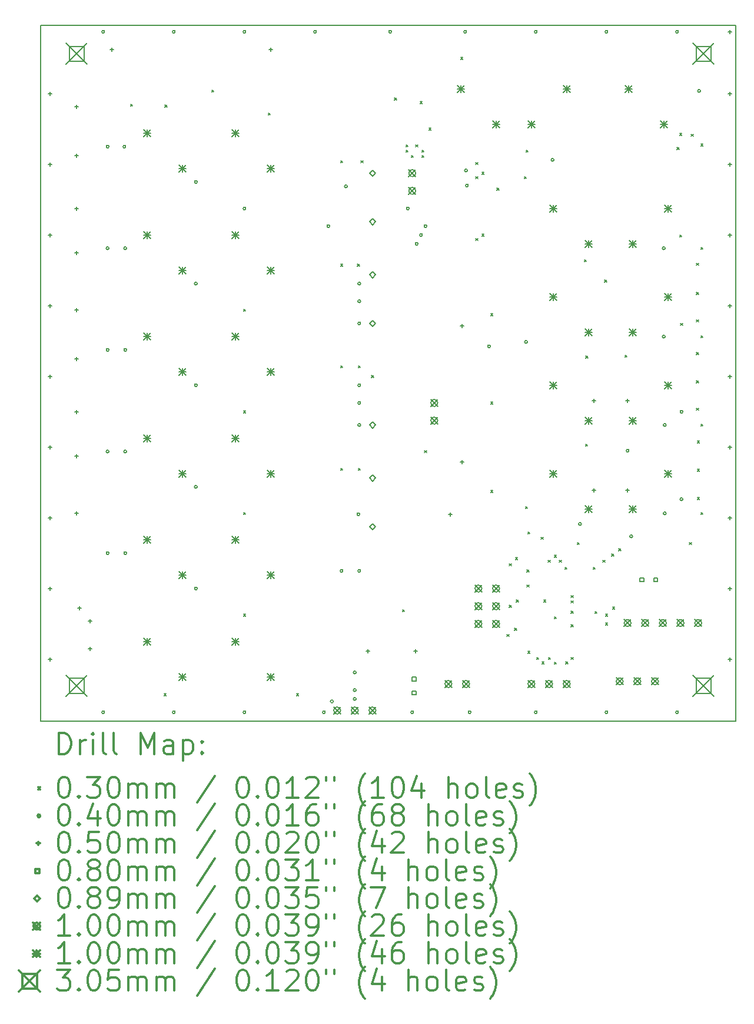
<source format=gbr>
%FSLAX45Y45*%
G04 Gerber Fmt 4.5, Leading zero omitted, Abs format (unit mm)*
G04 Created by KiCad (PCBNEW 4.0.7-e1-6374~58~ubuntu14.04.1) date Fri Aug  4 16:12:59 2017*
%MOMM*%
%LPD*%
G01*
G04 APERTURE LIST*
%ADD10C,0.127000*%
%ADD11C,0.150000*%
%ADD12C,0.200000*%
%ADD13C,0.300000*%
G04 APERTURE END LIST*
D10*
D11*
X12500000Y-6000000D02*
X12500000Y-16000000D01*
X22500000Y-6000000D02*
X12500000Y-6000000D01*
X22500000Y-16000000D02*
X22500000Y-6000000D01*
X12500000Y-16000000D02*
X22500000Y-16000000D01*
D12*
X13789900Y-7135100D02*
X13819900Y-7165100D01*
X13819900Y-7135100D02*
X13789900Y-7165100D01*
X14272500Y-15606000D02*
X14302500Y-15636000D01*
X14302500Y-15606000D02*
X14272500Y-15636000D01*
X14285200Y-7147800D02*
X14315200Y-7177800D01*
X14315200Y-7147800D02*
X14285200Y-7177800D01*
X14958300Y-6931900D02*
X14988300Y-6961900D01*
X14988300Y-6931900D02*
X14958300Y-6961900D01*
X15415500Y-10081500D02*
X15445500Y-10111500D01*
X15445500Y-10081500D02*
X15415500Y-10111500D01*
X15415500Y-11542000D02*
X15445500Y-11572000D01*
X15445500Y-11542000D02*
X15415500Y-11572000D01*
X15415500Y-13002500D02*
X15445500Y-13032500D01*
X15445500Y-13002500D02*
X15415500Y-13032500D01*
X15415500Y-14463000D02*
X15445500Y-14493000D01*
X15445500Y-14463000D02*
X15415500Y-14493000D01*
X15771100Y-7262100D02*
X15801100Y-7292100D01*
X15801100Y-7262100D02*
X15771100Y-7292100D01*
X16177500Y-15606000D02*
X16207500Y-15636000D01*
X16207500Y-15606000D02*
X16177500Y-15636000D01*
X16812500Y-7947900D02*
X16842500Y-7977900D01*
X16842500Y-7947900D02*
X16812500Y-7977900D01*
X16812500Y-9433800D02*
X16842500Y-9463800D01*
X16842500Y-9433800D02*
X16812500Y-9463800D01*
X16812500Y-10894300D02*
X16842500Y-10924300D01*
X16842500Y-10894300D02*
X16812500Y-10924300D01*
X16812500Y-12367500D02*
X16842500Y-12397500D01*
X16842500Y-12367500D02*
X16812500Y-12397500D01*
X17053800Y-9433800D02*
X17083800Y-9463800D01*
X17083800Y-9433800D02*
X17053800Y-9463800D01*
X17066500Y-10894300D02*
X17096500Y-10924300D01*
X17096500Y-10894300D02*
X17066500Y-10924300D01*
X17066500Y-12367500D02*
X17096500Y-12397500D01*
X17096500Y-12367500D02*
X17066500Y-12397500D01*
X17104600Y-7947900D02*
X17134600Y-7977900D01*
X17134600Y-7947900D02*
X17104600Y-7977900D01*
X17257000Y-11034000D02*
X17287000Y-11064000D01*
X17287000Y-11034000D02*
X17257000Y-11064000D01*
X17587200Y-7046200D02*
X17617200Y-7076200D01*
X17617200Y-7046200D02*
X17587200Y-7076200D01*
X17701500Y-14399500D02*
X17731500Y-14429500D01*
X17731500Y-14399500D02*
X17701500Y-14429500D01*
X17752300Y-7719300D02*
X17782300Y-7749300D01*
X17782300Y-7719300D02*
X17752300Y-7749300D01*
X17752300Y-7795500D02*
X17782300Y-7825500D01*
X17782300Y-7795500D02*
X17752300Y-7825500D01*
X17828500Y-7871700D02*
X17858500Y-7901700D01*
X17858500Y-7871700D02*
X17828500Y-7901700D01*
X17892000Y-7719300D02*
X17922000Y-7749300D01*
X17922000Y-7719300D02*
X17892000Y-7749300D01*
X17955500Y-7097000D02*
X17985500Y-7127000D01*
X17985500Y-7097000D02*
X17955500Y-7127000D01*
X17980900Y-7795500D02*
X18010900Y-7825500D01*
X18010900Y-7795500D02*
X17980900Y-7825500D01*
X17980900Y-7871700D02*
X18010900Y-7901700D01*
X18010900Y-7871700D02*
X17980900Y-7901700D01*
X18019000Y-12113500D02*
X18049000Y-12143500D01*
X18049000Y-12113500D02*
X18019000Y-12143500D01*
X18082500Y-7478000D02*
X18112500Y-7508000D01*
X18112500Y-7478000D02*
X18082500Y-7508000D01*
X18539700Y-6462000D02*
X18569700Y-6492000D01*
X18569700Y-6462000D02*
X18539700Y-6492000D01*
X18755600Y-7973300D02*
X18785600Y-8003300D01*
X18785600Y-7973300D02*
X18755600Y-8003300D01*
X18755600Y-8176500D02*
X18785600Y-8206500D01*
X18785600Y-8176500D02*
X18755600Y-8206500D01*
X18755600Y-9065500D02*
X18785600Y-9095500D01*
X18785600Y-9065500D02*
X18755600Y-9095500D01*
X18844500Y-8113000D02*
X18874500Y-8143000D01*
X18874500Y-8113000D02*
X18844500Y-8143000D01*
X18844500Y-9002000D02*
X18874500Y-9032000D01*
X18874500Y-9002000D02*
X18844500Y-9032000D01*
X18971500Y-10145000D02*
X19001500Y-10175000D01*
X19001500Y-10145000D02*
X18971500Y-10175000D01*
X18971500Y-11415000D02*
X19001500Y-11445000D01*
X19001500Y-11415000D02*
X18971500Y-11445000D01*
X18971500Y-12685000D02*
X19001500Y-12715000D01*
X19001500Y-12685000D02*
X18971500Y-12715000D01*
X19060400Y-8341600D02*
X19090400Y-8371600D01*
X19090400Y-8341600D02*
X19060400Y-8371600D01*
X19206450Y-14755100D02*
X19236450Y-14785100D01*
X19236450Y-14755100D02*
X19206450Y-14785100D01*
X19238200Y-13739100D02*
X19268200Y-13769100D01*
X19268200Y-13739100D02*
X19238200Y-13769100D01*
X19238200Y-14336000D02*
X19268200Y-14366000D01*
X19268200Y-14336000D02*
X19238200Y-14366000D01*
X19314400Y-14666200D02*
X19344400Y-14696200D01*
X19344400Y-14666200D02*
X19314400Y-14696200D01*
X19327100Y-13650200D02*
X19357100Y-13680200D01*
X19357100Y-13650200D02*
X19327100Y-13680200D01*
X19343000Y-14263000D02*
X19373000Y-14293000D01*
X19373000Y-14263000D02*
X19343000Y-14293000D01*
X19454100Y-8176500D02*
X19484100Y-8206500D01*
X19484100Y-8176500D02*
X19454100Y-8206500D01*
X19473150Y-12919950D02*
X19503150Y-12949950D01*
X19503150Y-12919950D02*
X19473150Y-12949950D01*
X19479500Y-7795500D02*
X19509500Y-7825500D01*
X19509500Y-7795500D02*
X19479500Y-7825500D01*
X19492200Y-13828000D02*
X19522200Y-13858000D01*
X19522200Y-13828000D02*
X19492200Y-13858000D01*
X19492200Y-14043900D02*
X19522200Y-14073900D01*
X19522200Y-14043900D02*
X19492200Y-14073900D01*
X19504900Y-13281900D02*
X19534900Y-13311900D01*
X19534900Y-13281900D02*
X19504900Y-13311900D01*
X19504900Y-14996400D02*
X19534900Y-15026400D01*
X19534900Y-14996400D02*
X19504900Y-15026400D01*
X19631900Y-15085300D02*
X19661900Y-15115300D01*
X19661900Y-15085300D02*
X19631900Y-15115300D01*
X19695400Y-13358100D02*
X19725400Y-13388100D01*
X19725400Y-13358100D02*
X19695400Y-13388100D01*
X19708100Y-15148800D02*
X19738100Y-15178800D01*
X19738100Y-15148800D02*
X19708100Y-15178800D01*
X19733500Y-14263000D02*
X19763500Y-14293000D01*
X19763500Y-14263000D02*
X19733500Y-14293000D01*
X19797000Y-13688300D02*
X19827000Y-13718300D01*
X19827000Y-13688300D02*
X19797000Y-13718300D01*
X19803350Y-15085300D02*
X19833350Y-15115300D01*
X19833350Y-15085300D02*
X19803350Y-15115300D01*
X19885900Y-13618450D02*
X19915900Y-13648450D01*
X19915900Y-13618450D02*
X19885900Y-13648450D01*
X19885900Y-14501100D02*
X19915900Y-14531100D01*
X19915900Y-14501100D02*
X19885900Y-14531100D01*
X19885900Y-15155150D02*
X19915900Y-15185150D01*
X19915900Y-15155150D02*
X19885900Y-15185150D01*
X19959560Y-13690840D02*
X19989560Y-13720840D01*
X19989560Y-13690840D02*
X19959560Y-13720840D01*
X20040840Y-13792440D02*
X20070840Y-13822440D01*
X20070840Y-13792440D02*
X20040840Y-13822440D01*
X20051000Y-15148800D02*
X20081000Y-15178800D01*
X20081000Y-15148800D02*
X20051000Y-15178800D01*
X20127200Y-14196300D02*
X20157200Y-14226300D01*
X20157200Y-14196300D02*
X20127200Y-14226300D01*
X20127200Y-14272500D02*
X20157200Y-14302500D01*
X20157200Y-14272500D02*
X20127200Y-14302500D01*
X20127200Y-14423000D02*
X20157200Y-14453000D01*
X20157200Y-14423000D02*
X20127200Y-14453000D01*
X20127200Y-14615400D02*
X20157200Y-14645400D01*
X20157200Y-14615400D02*
X20127200Y-14645400D01*
X20127200Y-15085300D02*
X20157200Y-15115300D01*
X20157200Y-15085300D02*
X20127200Y-15115300D01*
X20216100Y-13434300D02*
X20246100Y-13464300D01*
X20246100Y-13434300D02*
X20216100Y-13464300D01*
X20317700Y-9370300D02*
X20347700Y-9400300D01*
X20347700Y-9370300D02*
X20317700Y-9400300D01*
X20335480Y-12019520D02*
X20365480Y-12049520D01*
X20365480Y-12019520D02*
X20335480Y-12049520D01*
X20340560Y-10754600D02*
X20370560Y-10784600D01*
X20370560Y-10754600D02*
X20340560Y-10784600D01*
X20444700Y-13789900D02*
X20474700Y-13819900D01*
X20474700Y-13789900D02*
X20444700Y-13819900D01*
X20470100Y-14424900D02*
X20500100Y-14454900D01*
X20500100Y-14424900D02*
X20470100Y-14454900D01*
X20584400Y-13688300D02*
X20614400Y-13718300D01*
X20614400Y-13688300D02*
X20584400Y-13718300D01*
X20609800Y-9662400D02*
X20639800Y-9692400D01*
X20639800Y-9662400D02*
X20609800Y-9692400D01*
X20622500Y-14463000D02*
X20652500Y-14493000D01*
X20652500Y-14463000D02*
X20622500Y-14493000D01*
X20622500Y-14590000D02*
X20652500Y-14620000D01*
X20652500Y-14590000D02*
X20622500Y-14620000D01*
X20711400Y-13599400D02*
X20741400Y-13629400D01*
X20741400Y-13599400D02*
X20711400Y-13629400D01*
X20724100Y-14361400D02*
X20754100Y-14391400D01*
X20754100Y-14361400D02*
X20724100Y-14391400D01*
X20813000Y-13523200D02*
X20843000Y-13553200D01*
X20843000Y-13523200D02*
X20813000Y-13553200D01*
X20901900Y-10741900D02*
X20931900Y-10771900D01*
X20931900Y-10741900D02*
X20901900Y-10771900D01*
X21651200Y-7757400D02*
X21681200Y-7787400D01*
X21681200Y-7757400D02*
X21651200Y-7787400D01*
X21689300Y-7554200D02*
X21719300Y-7584200D01*
X21719300Y-7554200D02*
X21689300Y-7584200D01*
X21689300Y-9014700D02*
X21719300Y-9044700D01*
X21719300Y-9014700D02*
X21689300Y-9044700D01*
X21702000Y-10284700D02*
X21732000Y-10314700D01*
X21732000Y-10284700D02*
X21702000Y-10314700D01*
X21829000Y-13434300D02*
X21859000Y-13464300D01*
X21859000Y-13434300D02*
X21829000Y-13464300D01*
X21854400Y-7566900D02*
X21884400Y-7596900D01*
X21884400Y-7566900D02*
X21854400Y-7596900D01*
X21930600Y-9421100D02*
X21960600Y-9451100D01*
X21960600Y-9421100D02*
X21930600Y-9451100D01*
X21930600Y-9840200D02*
X21960600Y-9870200D01*
X21960600Y-9840200D02*
X21930600Y-9870200D01*
X21930600Y-10233900D02*
X21960600Y-10263900D01*
X21960600Y-10233900D02*
X21930600Y-10263900D01*
X21930600Y-10703800D02*
X21960600Y-10733800D01*
X21960600Y-10703800D02*
X21930600Y-10733800D01*
X21930600Y-11110200D02*
X21960600Y-11140200D01*
X21960600Y-11110200D02*
X21930600Y-11140200D01*
X21930600Y-11503900D02*
X21960600Y-11533900D01*
X21960600Y-11503900D02*
X21930600Y-11533900D01*
X21943300Y-11973800D02*
X21973300Y-12003800D01*
X21973300Y-11973800D02*
X21943300Y-12003800D01*
X21943300Y-12380200D02*
X21973300Y-12410200D01*
X21973300Y-12380200D02*
X21943300Y-12410200D01*
X21943300Y-12786600D02*
X21973300Y-12816600D01*
X21973300Y-12786600D02*
X21943300Y-12816600D01*
X21994100Y-7706600D02*
X22024100Y-7736600D01*
X22024100Y-7706600D02*
X21994100Y-7736600D01*
X21994100Y-9192500D02*
X22024100Y-9222500D01*
X22024100Y-9192500D02*
X21994100Y-9222500D01*
X21994100Y-10462500D02*
X22024100Y-10492500D01*
X22024100Y-10462500D02*
X21994100Y-10492500D01*
X21994100Y-11732500D02*
X22024100Y-11762500D01*
X22024100Y-11732500D02*
X21994100Y-11762500D01*
X21994100Y-13002500D02*
X22024100Y-13032500D01*
X22024100Y-13002500D02*
X21994100Y-13032500D01*
X13418500Y-6096000D02*
G75*
G03X13418500Y-6096000I-20000J0D01*
G01*
X13418500Y-15875000D02*
G75*
G03X13418500Y-15875000I-20000J0D01*
G01*
X13482000Y-7747000D02*
G75*
G03X13482000Y-7747000I-20000J0D01*
G01*
X13482000Y-9207500D02*
G75*
G03X13482000Y-9207500I-20000J0D01*
G01*
X13482000Y-10668000D02*
G75*
G03X13482000Y-10668000I-20000J0D01*
G01*
X13482000Y-12128500D02*
G75*
G03X13482000Y-12128500I-20000J0D01*
G01*
X13482000Y-13589000D02*
G75*
G03X13482000Y-13589000I-20000J0D01*
G01*
X13723300Y-7747000D02*
G75*
G03X13723300Y-7747000I-20000J0D01*
G01*
X13736000Y-9207500D02*
G75*
G03X13736000Y-9207500I-20000J0D01*
G01*
X13736000Y-10668000D02*
G75*
G03X13736000Y-10668000I-20000J0D01*
G01*
X13736000Y-12128500D02*
G75*
G03X13736000Y-12128500I-20000J0D01*
G01*
X13736000Y-13589000D02*
G75*
G03X13736000Y-13589000I-20000J0D01*
G01*
X14434500Y-6096000D02*
G75*
G03X14434500Y-6096000I-20000J0D01*
G01*
X14434500Y-15875000D02*
G75*
G03X14434500Y-15875000I-20000J0D01*
G01*
X14752000Y-8255000D02*
G75*
G03X14752000Y-8255000I-20000J0D01*
G01*
X14752000Y-9715500D02*
G75*
G03X14752000Y-9715500I-20000J0D01*
G01*
X14752000Y-11176000D02*
G75*
G03X14752000Y-11176000I-20000J0D01*
G01*
X14752000Y-12636500D02*
G75*
G03X14752000Y-12636500I-20000J0D01*
G01*
X14752000Y-14097000D02*
G75*
G03X14752000Y-14097000I-20000J0D01*
G01*
X15450500Y-6096000D02*
G75*
G03X15450500Y-6096000I-20000J0D01*
G01*
X15450500Y-8636000D02*
G75*
G03X15450500Y-8636000I-20000J0D01*
G01*
X15450500Y-15875000D02*
G75*
G03X15450500Y-15875000I-20000J0D01*
G01*
X16466500Y-6096000D02*
G75*
G03X16466500Y-6096000I-20000J0D01*
G01*
X16593500Y-15875000D02*
G75*
G03X16593500Y-15875000I-20000J0D01*
G01*
X16657000Y-8890000D02*
G75*
G03X16657000Y-8890000I-20000J0D01*
G01*
X16708000Y-15719300D02*
G75*
G03X16708000Y-15719300I-20000J0D01*
G01*
X16847500Y-13843000D02*
G75*
G03X16847500Y-13843000I-20000J0D01*
G01*
X16911000Y-8318500D02*
G75*
G03X16911000Y-8318500I-20000J0D01*
G01*
X17038000Y-15303500D02*
G75*
G03X17038000Y-15303500I-20000J0D01*
G01*
X17038000Y-15557500D02*
G75*
G03X17038000Y-15557500I-20000J0D01*
G01*
X17038000Y-15684500D02*
G75*
G03X17038000Y-15684500I-20000J0D01*
G01*
X17088800Y-13030200D02*
G75*
G03X17088800Y-13030200I-20000J0D01*
G01*
X17101500Y-9715500D02*
G75*
G03X17101500Y-9715500I-20000J0D01*
G01*
X17101500Y-9969500D02*
G75*
G03X17101500Y-9969500I-20000J0D01*
G01*
X17101500Y-10287000D02*
G75*
G03X17101500Y-10287000I-20000J0D01*
G01*
X17101500Y-11176000D02*
G75*
G03X17101500Y-11176000I-20000J0D01*
G01*
X17101500Y-11430000D02*
G75*
G03X17101500Y-11430000I-20000J0D01*
G01*
X17101500Y-11747500D02*
G75*
G03X17101500Y-11747500I-20000J0D01*
G01*
X17101500Y-13843000D02*
G75*
G03X17101500Y-13843000I-20000J0D01*
G01*
X17546000Y-6096000D02*
G75*
G03X17546000Y-6096000I-20000J0D01*
G01*
X17800000Y-8636000D02*
G75*
G03X17800000Y-8636000I-20000J0D01*
G01*
X17863500Y-15875000D02*
G75*
G03X17863500Y-15875000I-20000J0D01*
G01*
X17927000Y-9144000D02*
G75*
G03X17927000Y-9144000I-20000J0D01*
G01*
X17990500Y-9017000D02*
G75*
G03X17990500Y-9017000I-20000J0D01*
G01*
X18054000Y-8890000D02*
G75*
G03X18054000Y-8890000I-20000J0D01*
G01*
X18625500Y-6096000D02*
G75*
G03X18625500Y-6096000I-20000J0D01*
G01*
X18638200Y-8089900D02*
G75*
G03X18638200Y-8089900I-20000J0D01*
G01*
X18650900Y-8305800D02*
G75*
G03X18650900Y-8305800I-20000J0D01*
G01*
X18689000Y-15875000D02*
G75*
G03X18689000Y-15875000I-20000J0D01*
G01*
X18968400Y-10617200D02*
G75*
G03X18968400Y-10617200I-20000J0D01*
G01*
X19501800Y-10553700D02*
G75*
G03X19501800Y-10553700I-20000J0D01*
G01*
X19641500Y-6096000D02*
G75*
G03X19641500Y-6096000I-20000J0D01*
G01*
X19641500Y-15875000D02*
G75*
G03X19641500Y-15875000I-20000J0D01*
G01*
X19882800Y-7937500D02*
G75*
G03X19882800Y-7937500I-20000J0D01*
G01*
X20276500Y-13169900D02*
G75*
G03X20276500Y-13169900I-20000J0D01*
G01*
X20657500Y-6096000D02*
G75*
G03X20657500Y-6096000I-20000J0D01*
G01*
X20657500Y-15875000D02*
G75*
G03X20657500Y-15875000I-20000J0D01*
G01*
X20962300Y-12115800D02*
G75*
G03X20962300Y-12115800I-20000J0D01*
G01*
X21013100Y-13347700D02*
G75*
G03X21013100Y-13347700I-20000J0D01*
G01*
X21483000Y-9207500D02*
G75*
G03X21483000Y-9207500I-20000J0D01*
G01*
X21483000Y-10477500D02*
G75*
G03X21483000Y-10477500I-20000J0D01*
G01*
X21495700Y-11747500D02*
G75*
G03X21495700Y-11747500I-20000J0D01*
G01*
X21495700Y-13017500D02*
G75*
G03X21495700Y-13017500I-20000J0D01*
G01*
X21673500Y-6096000D02*
G75*
G03X21673500Y-6096000I-20000J0D01*
G01*
X21673500Y-15875000D02*
G75*
G03X21673500Y-15875000I-20000J0D01*
G01*
X21737000Y-11557000D02*
G75*
G03X21737000Y-11557000I-20000J0D01*
G01*
X21737000Y-12814300D02*
G75*
G03X21737000Y-12814300I-20000J0D01*
G01*
X21991000Y-6946900D02*
G75*
G03X21991000Y-6946900I-20000J0D01*
G01*
X12636500Y-6960000D02*
X12636500Y-7010000D01*
X12611500Y-6985000D02*
X12661500Y-6985000D01*
X12636500Y-7976000D02*
X12636500Y-8026000D01*
X12611500Y-8001000D02*
X12661500Y-8001000D01*
X12636500Y-8992000D02*
X12636500Y-9042000D01*
X12611500Y-9017000D02*
X12661500Y-9017000D01*
X12636500Y-10008000D02*
X12636500Y-10058000D01*
X12611500Y-10033000D02*
X12661500Y-10033000D01*
X12636500Y-11024000D02*
X12636500Y-11074000D01*
X12611500Y-11049000D02*
X12661500Y-11049000D01*
X12636500Y-12040000D02*
X12636500Y-12090000D01*
X12611500Y-12065000D02*
X12661500Y-12065000D01*
X12636500Y-13056000D02*
X12636500Y-13106000D01*
X12611500Y-13081000D02*
X12661500Y-13081000D01*
X12636500Y-14072000D02*
X12636500Y-14122000D01*
X12611500Y-14097000D02*
X12661500Y-14097000D01*
X12636500Y-15088000D02*
X12636500Y-15138000D01*
X12611500Y-15113000D02*
X12661500Y-15113000D01*
X13017500Y-7150500D02*
X13017500Y-7200500D01*
X12992500Y-7175500D02*
X13042500Y-7175500D01*
X13017500Y-7849000D02*
X13017500Y-7899000D01*
X12992500Y-7874000D02*
X13042500Y-7874000D01*
X13017500Y-8611000D02*
X13017500Y-8661000D01*
X12992500Y-8636000D02*
X13042500Y-8636000D01*
X13017500Y-9246000D02*
X13017500Y-9296000D01*
X12992500Y-9271000D02*
X13042500Y-9271000D01*
X13017500Y-10071500D02*
X13017500Y-10121500D01*
X12992500Y-10096500D02*
X13042500Y-10096500D01*
X13017500Y-10770000D02*
X13017500Y-10820000D01*
X12992500Y-10795000D02*
X13042500Y-10795000D01*
X13017500Y-11532000D02*
X13017500Y-11582000D01*
X12992500Y-11557000D02*
X13042500Y-11557000D01*
X13017500Y-12167000D02*
X13017500Y-12217000D01*
X12992500Y-12192000D02*
X13042500Y-12192000D01*
X13017500Y-12992500D02*
X13017500Y-13042500D01*
X12992500Y-13017500D02*
X13042500Y-13017500D01*
X13055600Y-14351400D02*
X13055600Y-14401400D01*
X13030600Y-14376400D02*
X13080600Y-14376400D01*
X13208000Y-14538750D02*
X13208000Y-14588750D01*
X13183000Y-14563750D02*
X13233000Y-14563750D01*
X13208000Y-14938750D02*
X13208000Y-14988750D01*
X13183000Y-14963750D02*
X13233000Y-14963750D01*
X13525500Y-6325000D02*
X13525500Y-6375000D01*
X13500500Y-6350000D02*
X13550500Y-6350000D01*
X15807500Y-6325000D02*
X15807500Y-6375000D01*
X15782500Y-6350000D02*
X15832500Y-6350000D01*
X17208500Y-14973700D02*
X17208500Y-15023700D01*
X17183500Y-14998700D02*
X17233500Y-14998700D01*
X17894300Y-14973700D02*
X17894300Y-15023700D01*
X17869300Y-14998700D02*
X17919300Y-14998700D01*
X18389600Y-13005200D02*
X18389600Y-13055200D01*
X18364600Y-13030200D02*
X18414600Y-13030200D01*
X18561050Y-10300100D02*
X18561050Y-10350100D01*
X18536050Y-10325100D02*
X18586050Y-10325100D01*
X18561050Y-12255900D02*
X18561050Y-12305900D01*
X18536050Y-12280900D02*
X18586050Y-12280900D01*
X20453350Y-11373250D02*
X20453350Y-11423250D01*
X20428350Y-11398250D02*
X20478350Y-11398250D01*
X20453350Y-12662300D02*
X20453350Y-12712300D01*
X20428350Y-12687300D02*
X20478350Y-12687300D01*
X20935950Y-12662300D02*
X20935950Y-12712300D01*
X20910950Y-12687300D02*
X20960950Y-12687300D01*
X20942300Y-11373250D02*
X20942300Y-11423250D01*
X20917300Y-11398250D02*
X20967300Y-11398250D01*
X22415500Y-6071000D02*
X22415500Y-6121000D01*
X22390500Y-6096000D02*
X22440500Y-6096000D01*
X22415500Y-6960000D02*
X22415500Y-7010000D01*
X22390500Y-6985000D02*
X22440500Y-6985000D01*
X22415500Y-7976000D02*
X22415500Y-8026000D01*
X22390500Y-8001000D02*
X22440500Y-8001000D01*
X22415500Y-8992000D02*
X22415500Y-9042000D01*
X22390500Y-9017000D02*
X22440500Y-9017000D01*
X22415500Y-10008000D02*
X22415500Y-10058000D01*
X22390500Y-10033000D02*
X22440500Y-10033000D01*
X22415500Y-11024000D02*
X22415500Y-11074000D01*
X22390500Y-11049000D02*
X22440500Y-11049000D01*
X22415500Y-12040000D02*
X22415500Y-12090000D01*
X22390500Y-12065000D02*
X22440500Y-12065000D01*
X22415500Y-13056000D02*
X22415500Y-13106000D01*
X22390500Y-13081000D02*
X22440500Y-13081000D01*
X22415500Y-14072000D02*
X22415500Y-14122000D01*
X22390500Y-14097000D02*
X22440500Y-14097000D01*
X22415500Y-15088000D02*
X22415500Y-15138000D01*
X22390500Y-15113000D02*
X22440500Y-15113000D01*
X17897185Y-15423884D02*
X17897185Y-15367315D01*
X17840616Y-15367315D01*
X17840616Y-15423884D01*
X17897185Y-15423884D01*
X17897185Y-15623884D02*
X17897185Y-15567315D01*
X17840616Y-15567315D01*
X17840616Y-15623884D01*
X17897185Y-15623884D01*
X21173785Y-13998284D02*
X21173785Y-13941715D01*
X21117216Y-13941715D01*
X21117216Y-13998284D01*
X21173785Y-13998284D01*
X21373785Y-13998284D02*
X21373785Y-13941715D01*
X21317216Y-13941715D01*
X21317216Y-13998284D01*
X21373785Y-13998284D01*
X17272000Y-8172500D02*
X17316500Y-8128000D01*
X17272000Y-8083500D01*
X17227500Y-8128000D01*
X17272000Y-8172500D01*
X17272000Y-8871000D02*
X17316500Y-8826500D01*
X17272000Y-8782000D01*
X17227500Y-8826500D01*
X17272000Y-8871000D01*
X17272000Y-9633000D02*
X17316500Y-9588500D01*
X17272000Y-9544000D01*
X17227500Y-9588500D01*
X17272000Y-9633000D01*
X17272000Y-10331500D02*
X17316500Y-10287000D01*
X17272000Y-10242500D01*
X17227500Y-10287000D01*
X17272000Y-10331500D01*
X17272000Y-11792000D02*
X17316500Y-11747500D01*
X17272000Y-11703000D01*
X17227500Y-11747500D01*
X17272000Y-11792000D01*
X17272000Y-12554000D02*
X17316500Y-12509500D01*
X17272000Y-12465000D01*
X17227500Y-12509500D01*
X17272000Y-12554000D01*
X17272000Y-13252500D02*
X17316500Y-13208000D01*
X17272000Y-13163500D01*
X17227500Y-13208000D01*
X17272000Y-13252500D01*
X16714000Y-15799300D02*
X16814000Y-15899300D01*
X16814000Y-15799300D02*
X16714000Y-15899300D01*
X16814000Y-15849300D02*
G75*
G03X16814000Y-15849300I-50000J0D01*
G01*
X16968000Y-15799300D02*
X17068000Y-15899300D01*
X17068000Y-15799300D02*
X16968000Y-15899300D01*
X17068000Y-15849300D02*
G75*
G03X17068000Y-15849300I-50000J0D01*
G01*
X17222000Y-15799300D02*
X17322000Y-15899300D01*
X17322000Y-15799300D02*
X17222000Y-15899300D01*
X17322000Y-15849300D02*
G75*
G03X17322000Y-15849300I-50000J0D01*
G01*
X17793500Y-8078000D02*
X17893500Y-8178000D01*
X17893500Y-8078000D02*
X17793500Y-8178000D01*
X17893500Y-8128000D02*
G75*
G03X17893500Y-8128000I-50000J0D01*
G01*
X17793500Y-8332000D02*
X17893500Y-8432000D01*
X17893500Y-8332000D02*
X17793500Y-8432000D01*
X17893500Y-8382000D02*
G75*
G03X17893500Y-8382000I-50000J0D01*
G01*
X18111000Y-11380000D02*
X18211000Y-11480000D01*
X18211000Y-11380000D02*
X18111000Y-11480000D01*
X18211000Y-11430000D02*
G75*
G03X18211000Y-11430000I-50000J0D01*
G01*
X18111000Y-11634000D02*
X18211000Y-11734000D01*
X18211000Y-11634000D02*
X18111000Y-11734000D01*
X18211000Y-11684000D02*
G75*
G03X18211000Y-11684000I-50000J0D01*
G01*
X18314200Y-15418600D02*
X18414200Y-15518600D01*
X18414200Y-15418600D02*
X18314200Y-15518600D01*
X18414200Y-15468600D02*
G75*
G03X18414200Y-15468600I-50000J0D01*
G01*
X18568200Y-15418600D02*
X18668200Y-15518600D01*
X18668200Y-15418600D02*
X18568200Y-15518600D01*
X18668200Y-15468600D02*
G75*
G03X18668200Y-15468600I-50000J0D01*
G01*
X18746000Y-14047000D02*
X18846000Y-14147000D01*
X18846000Y-14047000D02*
X18746000Y-14147000D01*
X18846000Y-14097000D02*
G75*
G03X18846000Y-14097000I-50000J0D01*
G01*
X18746000Y-14301000D02*
X18846000Y-14401000D01*
X18846000Y-14301000D02*
X18746000Y-14401000D01*
X18846000Y-14351000D02*
G75*
G03X18846000Y-14351000I-50000J0D01*
G01*
X18746000Y-14555000D02*
X18846000Y-14655000D01*
X18846000Y-14555000D02*
X18746000Y-14655000D01*
X18846000Y-14605000D02*
G75*
G03X18846000Y-14605000I-50000J0D01*
G01*
X19000000Y-14047000D02*
X19100000Y-14147000D01*
X19100000Y-14047000D02*
X19000000Y-14147000D01*
X19100000Y-14097000D02*
G75*
G03X19100000Y-14097000I-50000J0D01*
G01*
X19000000Y-14301000D02*
X19100000Y-14401000D01*
X19100000Y-14301000D02*
X19000000Y-14401000D01*
X19100000Y-14351000D02*
G75*
G03X19100000Y-14351000I-50000J0D01*
G01*
X19000000Y-14555000D02*
X19100000Y-14655000D01*
X19100000Y-14555000D02*
X19000000Y-14655000D01*
X19100000Y-14605000D02*
G75*
G03X19100000Y-14605000I-50000J0D01*
G01*
X19508000Y-15418600D02*
X19608000Y-15518600D01*
X19608000Y-15418600D02*
X19508000Y-15518600D01*
X19608000Y-15468600D02*
G75*
G03X19608000Y-15468600I-50000J0D01*
G01*
X19762000Y-15418600D02*
X19862000Y-15518600D01*
X19862000Y-15418600D02*
X19762000Y-15518600D01*
X19862000Y-15468600D02*
G75*
G03X19862000Y-15468600I-50000J0D01*
G01*
X20016000Y-15418600D02*
X20116000Y-15518600D01*
X20116000Y-15418600D02*
X20016000Y-15518600D01*
X20116000Y-15468600D02*
G75*
G03X20116000Y-15468600I-50000J0D01*
G01*
X20778000Y-15380500D02*
X20878000Y-15480500D01*
X20878000Y-15380500D02*
X20778000Y-15480500D01*
X20878000Y-15430500D02*
G75*
G03X20878000Y-15430500I-50000J0D01*
G01*
X20892300Y-14542300D02*
X20992300Y-14642300D01*
X20992300Y-14542300D02*
X20892300Y-14642300D01*
X20992300Y-14592300D02*
G75*
G03X20992300Y-14592300I-50000J0D01*
G01*
X21032000Y-15380500D02*
X21132000Y-15480500D01*
X21132000Y-15380500D02*
X21032000Y-15480500D01*
X21132000Y-15430500D02*
G75*
G03X21132000Y-15430500I-50000J0D01*
G01*
X21146300Y-14542300D02*
X21246300Y-14642300D01*
X21246300Y-14542300D02*
X21146300Y-14642300D01*
X21246300Y-14592300D02*
G75*
G03X21246300Y-14592300I-50000J0D01*
G01*
X21286000Y-15380500D02*
X21386000Y-15480500D01*
X21386000Y-15380500D02*
X21286000Y-15480500D01*
X21386000Y-15430500D02*
G75*
G03X21386000Y-15430500I-50000J0D01*
G01*
X21400300Y-14542300D02*
X21500300Y-14642300D01*
X21500300Y-14542300D02*
X21400300Y-14642300D01*
X21500300Y-14592300D02*
G75*
G03X21500300Y-14592300I-50000J0D01*
G01*
X21654300Y-14542300D02*
X21754300Y-14642300D01*
X21754300Y-14542300D02*
X21654300Y-14642300D01*
X21754300Y-14592300D02*
G75*
G03X21754300Y-14592300I-50000J0D01*
G01*
X21908300Y-14542300D02*
X22008300Y-14642300D01*
X22008300Y-14542300D02*
X21908300Y-14642300D01*
X22008300Y-14592300D02*
G75*
G03X22008300Y-14592300I-50000J0D01*
G01*
X13983462Y-7506462D02*
X14083538Y-7606538D01*
X14083538Y-7506462D02*
X13983462Y-7606538D01*
X14033500Y-7506462D02*
X14033500Y-7606538D01*
X13983462Y-7556500D02*
X14083538Y-7556500D01*
X13983462Y-8966962D02*
X14083538Y-9067038D01*
X14083538Y-8966962D02*
X13983462Y-9067038D01*
X14033500Y-8966962D02*
X14033500Y-9067038D01*
X13983462Y-9017000D02*
X14083538Y-9017000D01*
X13983462Y-10427462D02*
X14083538Y-10527538D01*
X14083538Y-10427462D02*
X13983462Y-10527538D01*
X14033500Y-10427462D02*
X14033500Y-10527538D01*
X13983462Y-10477500D02*
X14083538Y-10477500D01*
X13983462Y-11887962D02*
X14083538Y-11988038D01*
X14083538Y-11887962D02*
X13983462Y-11988038D01*
X14033500Y-11887962D02*
X14033500Y-11988038D01*
X13983462Y-11938000D02*
X14083538Y-11938000D01*
X13983462Y-13348462D02*
X14083538Y-13448538D01*
X14083538Y-13348462D02*
X13983462Y-13448538D01*
X14033500Y-13348462D02*
X14033500Y-13448538D01*
X13983462Y-13398500D02*
X14083538Y-13398500D01*
X13983462Y-14808962D02*
X14083538Y-14909038D01*
X14083538Y-14808962D02*
X13983462Y-14909038D01*
X14033500Y-14808962D02*
X14033500Y-14909038D01*
X13983462Y-14859000D02*
X14083538Y-14859000D01*
X14491462Y-8014462D02*
X14591538Y-8114538D01*
X14591538Y-8014462D02*
X14491462Y-8114538D01*
X14541500Y-8014462D02*
X14541500Y-8114538D01*
X14491462Y-8064500D02*
X14591538Y-8064500D01*
X14491462Y-9474962D02*
X14591538Y-9575038D01*
X14591538Y-9474962D02*
X14491462Y-9575038D01*
X14541500Y-9474962D02*
X14541500Y-9575038D01*
X14491462Y-9525000D02*
X14591538Y-9525000D01*
X14491462Y-10935462D02*
X14591538Y-11035538D01*
X14591538Y-10935462D02*
X14491462Y-11035538D01*
X14541500Y-10935462D02*
X14541500Y-11035538D01*
X14491462Y-10985500D02*
X14591538Y-10985500D01*
X14491462Y-12395962D02*
X14591538Y-12496038D01*
X14591538Y-12395962D02*
X14491462Y-12496038D01*
X14541500Y-12395962D02*
X14541500Y-12496038D01*
X14491462Y-12446000D02*
X14591538Y-12446000D01*
X14491462Y-13856462D02*
X14591538Y-13956538D01*
X14591538Y-13856462D02*
X14491462Y-13956538D01*
X14541500Y-13856462D02*
X14541500Y-13956538D01*
X14491462Y-13906500D02*
X14591538Y-13906500D01*
X14491462Y-15316962D02*
X14591538Y-15417038D01*
X14591538Y-15316962D02*
X14491462Y-15417038D01*
X14541500Y-15316962D02*
X14541500Y-15417038D01*
X14491462Y-15367000D02*
X14591538Y-15367000D01*
X15253462Y-7506462D02*
X15353538Y-7606538D01*
X15353538Y-7506462D02*
X15253462Y-7606538D01*
X15303500Y-7506462D02*
X15303500Y-7606538D01*
X15253462Y-7556500D02*
X15353538Y-7556500D01*
X15253462Y-8966962D02*
X15353538Y-9067038D01*
X15353538Y-8966962D02*
X15253462Y-9067038D01*
X15303500Y-8966962D02*
X15303500Y-9067038D01*
X15253462Y-9017000D02*
X15353538Y-9017000D01*
X15253462Y-10427462D02*
X15353538Y-10527538D01*
X15353538Y-10427462D02*
X15253462Y-10527538D01*
X15303500Y-10427462D02*
X15303500Y-10527538D01*
X15253462Y-10477500D02*
X15353538Y-10477500D01*
X15253462Y-11887962D02*
X15353538Y-11988038D01*
X15353538Y-11887962D02*
X15253462Y-11988038D01*
X15303500Y-11887962D02*
X15303500Y-11988038D01*
X15253462Y-11938000D02*
X15353538Y-11938000D01*
X15253462Y-13348462D02*
X15353538Y-13448538D01*
X15353538Y-13348462D02*
X15253462Y-13448538D01*
X15303500Y-13348462D02*
X15303500Y-13448538D01*
X15253462Y-13398500D02*
X15353538Y-13398500D01*
X15253462Y-14808962D02*
X15353538Y-14909038D01*
X15353538Y-14808962D02*
X15253462Y-14909038D01*
X15303500Y-14808962D02*
X15303500Y-14909038D01*
X15253462Y-14859000D02*
X15353538Y-14859000D01*
X15761462Y-8014462D02*
X15861538Y-8114538D01*
X15861538Y-8014462D02*
X15761462Y-8114538D01*
X15811500Y-8014462D02*
X15811500Y-8114538D01*
X15761462Y-8064500D02*
X15861538Y-8064500D01*
X15761462Y-9474962D02*
X15861538Y-9575038D01*
X15861538Y-9474962D02*
X15761462Y-9575038D01*
X15811500Y-9474962D02*
X15811500Y-9575038D01*
X15761462Y-9525000D02*
X15861538Y-9525000D01*
X15761462Y-10935462D02*
X15861538Y-11035538D01*
X15861538Y-10935462D02*
X15761462Y-11035538D01*
X15811500Y-10935462D02*
X15811500Y-11035538D01*
X15761462Y-10985500D02*
X15861538Y-10985500D01*
X15761462Y-12395962D02*
X15861538Y-12496038D01*
X15861538Y-12395962D02*
X15761462Y-12496038D01*
X15811500Y-12395962D02*
X15811500Y-12496038D01*
X15761462Y-12446000D02*
X15861538Y-12446000D01*
X15761462Y-13856462D02*
X15861538Y-13956538D01*
X15861538Y-13856462D02*
X15761462Y-13956538D01*
X15811500Y-13856462D02*
X15811500Y-13956538D01*
X15761462Y-13906500D02*
X15861538Y-13906500D01*
X15761462Y-15316962D02*
X15861538Y-15417038D01*
X15861538Y-15316962D02*
X15761462Y-15417038D01*
X15811500Y-15316962D02*
X15811500Y-15417038D01*
X15761462Y-15367000D02*
X15861538Y-15367000D01*
X18491962Y-6871462D02*
X18592038Y-6971538D01*
X18592038Y-6871462D02*
X18491962Y-6971538D01*
X18542000Y-6871462D02*
X18542000Y-6971538D01*
X18491962Y-6921500D02*
X18592038Y-6921500D01*
X18999962Y-7379462D02*
X19100038Y-7479538D01*
X19100038Y-7379462D02*
X18999962Y-7479538D01*
X19050000Y-7379462D02*
X19050000Y-7479538D01*
X18999962Y-7429500D02*
X19100038Y-7429500D01*
X19507962Y-7379462D02*
X19608038Y-7479538D01*
X19608038Y-7379462D02*
X19507962Y-7479538D01*
X19558000Y-7379462D02*
X19558000Y-7479538D01*
X19507962Y-7429500D02*
X19608038Y-7429500D01*
X19825462Y-8585962D02*
X19925538Y-8686038D01*
X19925538Y-8585962D02*
X19825462Y-8686038D01*
X19875500Y-8585962D02*
X19875500Y-8686038D01*
X19825462Y-8636000D02*
X19925538Y-8636000D01*
X19825462Y-9855962D02*
X19925538Y-9956038D01*
X19925538Y-9855962D02*
X19825462Y-9956038D01*
X19875500Y-9855962D02*
X19875500Y-9956038D01*
X19825462Y-9906000D02*
X19925538Y-9906000D01*
X19825462Y-11125962D02*
X19925538Y-11226038D01*
X19925538Y-11125962D02*
X19825462Y-11226038D01*
X19875500Y-11125962D02*
X19875500Y-11226038D01*
X19825462Y-11176000D02*
X19925538Y-11176000D01*
X19825462Y-12395962D02*
X19925538Y-12496038D01*
X19925538Y-12395962D02*
X19825462Y-12496038D01*
X19875500Y-12395962D02*
X19875500Y-12496038D01*
X19825462Y-12446000D02*
X19925538Y-12446000D01*
X20015962Y-6871462D02*
X20116038Y-6971538D01*
X20116038Y-6871462D02*
X20015962Y-6971538D01*
X20066000Y-6871462D02*
X20066000Y-6971538D01*
X20015962Y-6921500D02*
X20116038Y-6921500D01*
X20333462Y-9093962D02*
X20433538Y-9194038D01*
X20433538Y-9093962D02*
X20333462Y-9194038D01*
X20383500Y-9093962D02*
X20383500Y-9194038D01*
X20333462Y-9144000D02*
X20433538Y-9144000D01*
X20333462Y-10363962D02*
X20433538Y-10464038D01*
X20433538Y-10363962D02*
X20333462Y-10464038D01*
X20383500Y-10363962D02*
X20383500Y-10464038D01*
X20333462Y-10414000D02*
X20433538Y-10414000D01*
X20333462Y-11633962D02*
X20433538Y-11734038D01*
X20433538Y-11633962D02*
X20333462Y-11734038D01*
X20383500Y-11633962D02*
X20383500Y-11734038D01*
X20333462Y-11684000D02*
X20433538Y-11684000D01*
X20333462Y-12903962D02*
X20433538Y-13004038D01*
X20433538Y-12903962D02*
X20333462Y-13004038D01*
X20383500Y-12903962D02*
X20383500Y-13004038D01*
X20333462Y-12954000D02*
X20433538Y-12954000D01*
X20904962Y-6871462D02*
X21005038Y-6971538D01*
X21005038Y-6871462D02*
X20904962Y-6971538D01*
X20955000Y-6871462D02*
X20955000Y-6971538D01*
X20904962Y-6921500D02*
X21005038Y-6921500D01*
X20968462Y-9093962D02*
X21068538Y-9194038D01*
X21068538Y-9093962D02*
X20968462Y-9194038D01*
X21018500Y-9093962D02*
X21018500Y-9194038D01*
X20968462Y-9144000D02*
X21068538Y-9144000D01*
X20968462Y-10363962D02*
X21068538Y-10464038D01*
X21068538Y-10363962D02*
X20968462Y-10464038D01*
X21018500Y-10363962D02*
X21018500Y-10464038D01*
X20968462Y-10414000D02*
X21068538Y-10414000D01*
X20968462Y-11633962D02*
X21068538Y-11734038D01*
X21068538Y-11633962D02*
X20968462Y-11734038D01*
X21018500Y-11633962D02*
X21018500Y-11734038D01*
X20968462Y-11684000D02*
X21068538Y-11684000D01*
X20968462Y-12903962D02*
X21068538Y-13004038D01*
X21068538Y-12903962D02*
X20968462Y-13004038D01*
X21018500Y-12903962D02*
X21018500Y-13004038D01*
X20968462Y-12954000D02*
X21068538Y-12954000D01*
X21412962Y-7379462D02*
X21513038Y-7479538D01*
X21513038Y-7379462D02*
X21412962Y-7479538D01*
X21463000Y-7379462D02*
X21463000Y-7479538D01*
X21412962Y-7429500D02*
X21513038Y-7429500D01*
X21476462Y-8585962D02*
X21576538Y-8686038D01*
X21576538Y-8585962D02*
X21476462Y-8686038D01*
X21526500Y-8585962D02*
X21526500Y-8686038D01*
X21476462Y-8636000D02*
X21576538Y-8636000D01*
X21476462Y-9855962D02*
X21576538Y-9956038D01*
X21576538Y-9855962D02*
X21476462Y-9956038D01*
X21526500Y-9855962D02*
X21526500Y-9956038D01*
X21476462Y-9906000D02*
X21576538Y-9906000D01*
X21476462Y-11125962D02*
X21576538Y-11226038D01*
X21576538Y-11125962D02*
X21476462Y-11226038D01*
X21526500Y-11125962D02*
X21526500Y-11226038D01*
X21476462Y-11176000D02*
X21576538Y-11176000D01*
X21476462Y-12395962D02*
X21576538Y-12496038D01*
X21576538Y-12395962D02*
X21476462Y-12496038D01*
X21526500Y-12395962D02*
X21526500Y-12496038D01*
X21476462Y-12446000D02*
X21576538Y-12446000D01*
X12865100Y-6261100D02*
X13169900Y-6565900D01*
X13169900Y-6261100D02*
X12865100Y-6565900D01*
X13125264Y-6521264D02*
X13125264Y-6305736D01*
X12909736Y-6305736D01*
X12909736Y-6521264D01*
X13125264Y-6521264D01*
X12865100Y-15341600D02*
X13169900Y-15646400D01*
X13169900Y-15341600D02*
X12865100Y-15646400D01*
X13125264Y-15601764D02*
X13125264Y-15386236D01*
X12909736Y-15386236D01*
X12909736Y-15601764D01*
X13125264Y-15601764D01*
X21882100Y-6261100D02*
X22186900Y-6565900D01*
X22186900Y-6261100D02*
X21882100Y-6565900D01*
X22142264Y-6521264D02*
X22142264Y-6305736D01*
X21926736Y-6305736D01*
X21926736Y-6521264D01*
X22142264Y-6521264D01*
X21882100Y-15341600D02*
X22186900Y-15646400D01*
X22186900Y-15341600D02*
X21882100Y-15646400D01*
X22142264Y-15601764D02*
X22142264Y-15386236D01*
X21926736Y-15386236D01*
X21926736Y-15601764D01*
X22142264Y-15601764D01*
D13*
X12763928Y-16473214D02*
X12763928Y-16173214D01*
X12835357Y-16173214D01*
X12878214Y-16187500D01*
X12906786Y-16216071D01*
X12921071Y-16244643D01*
X12935357Y-16301786D01*
X12935357Y-16344643D01*
X12921071Y-16401786D01*
X12906786Y-16430357D01*
X12878214Y-16458929D01*
X12835357Y-16473214D01*
X12763928Y-16473214D01*
X13063928Y-16473214D02*
X13063928Y-16273214D01*
X13063928Y-16330357D02*
X13078214Y-16301786D01*
X13092500Y-16287500D01*
X13121071Y-16273214D01*
X13149643Y-16273214D01*
X13249643Y-16473214D02*
X13249643Y-16273214D01*
X13249643Y-16173214D02*
X13235357Y-16187500D01*
X13249643Y-16201786D01*
X13263928Y-16187500D01*
X13249643Y-16173214D01*
X13249643Y-16201786D01*
X13435357Y-16473214D02*
X13406786Y-16458929D01*
X13392500Y-16430357D01*
X13392500Y-16173214D01*
X13592500Y-16473214D02*
X13563928Y-16458929D01*
X13549643Y-16430357D01*
X13549643Y-16173214D01*
X13935357Y-16473214D02*
X13935357Y-16173214D01*
X14035357Y-16387500D01*
X14135357Y-16173214D01*
X14135357Y-16473214D01*
X14406786Y-16473214D02*
X14406786Y-16316071D01*
X14392500Y-16287500D01*
X14363928Y-16273214D01*
X14306786Y-16273214D01*
X14278214Y-16287500D01*
X14406786Y-16458929D02*
X14378214Y-16473214D01*
X14306786Y-16473214D01*
X14278214Y-16458929D01*
X14263928Y-16430357D01*
X14263928Y-16401786D01*
X14278214Y-16373214D01*
X14306786Y-16358929D01*
X14378214Y-16358929D01*
X14406786Y-16344643D01*
X14549643Y-16273214D02*
X14549643Y-16573214D01*
X14549643Y-16287500D02*
X14578214Y-16273214D01*
X14635357Y-16273214D01*
X14663928Y-16287500D01*
X14678214Y-16301786D01*
X14692500Y-16330357D01*
X14692500Y-16416071D01*
X14678214Y-16444643D01*
X14663928Y-16458929D01*
X14635357Y-16473214D01*
X14578214Y-16473214D01*
X14549643Y-16458929D01*
X14821071Y-16444643D02*
X14835357Y-16458929D01*
X14821071Y-16473214D01*
X14806786Y-16458929D01*
X14821071Y-16444643D01*
X14821071Y-16473214D01*
X14821071Y-16287500D02*
X14835357Y-16301786D01*
X14821071Y-16316071D01*
X14806786Y-16301786D01*
X14821071Y-16287500D01*
X14821071Y-16316071D01*
X12462500Y-16952500D02*
X12492500Y-16982500D01*
X12492500Y-16952500D02*
X12462500Y-16982500D01*
X12821071Y-16803214D02*
X12849643Y-16803214D01*
X12878214Y-16817500D01*
X12892500Y-16831786D01*
X12906786Y-16860357D01*
X12921071Y-16917500D01*
X12921071Y-16988929D01*
X12906786Y-17046072D01*
X12892500Y-17074643D01*
X12878214Y-17088929D01*
X12849643Y-17103214D01*
X12821071Y-17103214D01*
X12792500Y-17088929D01*
X12778214Y-17074643D01*
X12763928Y-17046072D01*
X12749643Y-16988929D01*
X12749643Y-16917500D01*
X12763928Y-16860357D01*
X12778214Y-16831786D01*
X12792500Y-16817500D01*
X12821071Y-16803214D01*
X13049643Y-17074643D02*
X13063928Y-17088929D01*
X13049643Y-17103214D01*
X13035357Y-17088929D01*
X13049643Y-17074643D01*
X13049643Y-17103214D01*
X13163928Y-16803214D02*
X13349643Y-16803214D01*
X13249643Y-16917500D01*
X13292500Y-16917500D01*
X13321071Y-16931786D01*
X13335357Y-16946072D01*
X13349643Y-16974643D01*
X13349643Y-17046072D01*
X13335357Y-17074643D01*
X13321071Y-17088929D01*
X13292500Y-17103214D01*
X13206786Y-17103214D01*
X13178214Y-17088929D01*
X13163928Y-17074643D01*
X13535357Y-16803214D02*
X13563928Y-16803214D01*
X13592500Y-16817500D01*
X13606786Y-16831786D01*
X13621071Y-16860357D01*
X13635357Y-16917500D01*
X13635357Y-16988929D01*
X13621071Y-17046072D01*
X13606786Y-17074643D01*
X13592500Y-17088929D01*
X13563928Y-17103214D01*
X13535357Y-17103214D01*
X13506786Y-17088929D01*
X13492500Y-17074643D01*
X13478214Y-17046072D01*
X13463928Y-16988929D01*
X13463928Y-16917500D01*
X13478214Y-16860357D01*
X13492500Y-16831786D01*
X13506786Y-16817500D01*
X13535357Y-16803214D01*
X13763928Y-17103214D02*
X13763928Y-16903214D01*
X13763928Y-16931786D02*
X13778214Y-16917500D01*
X13806786Y-16903214D01*
X13849643Y-16903214D01*
X13878214Y-16917500D01*
X13892500Y-16946072D01*
X13892500Y-17103214D01*
X13892500Y-16946072D02*
X13906786Y-16917500D01*
X13935357Y-16903214D01*
X13978214Y-16903214D01*
X14006786Y-16917500D01*
X14021071Y-16946072D01*
X14021071Y-17103214D01*
X14163928Y-17103214D02*
X14163928Y-16903214D01*
X14163928Y-16931786D02*
X14178214Y-16917500D01*
X14206786Y-16903214D01*
X14249643Y-16903214D01*
X14278214Y-16917500D01*
X14292500Y-16946072D01*
X14292500Y-17103214D01*
X14292500Y-16946072D02*
X14306786Y-16917500D01*
X14335357Y-16903214D01*
X14378214Y-16903214D01*
X14406786Y-16917500D01*
X14421071Y-16946072D01*
X14421071Y-17103214D01*
X15006786Y-16788929D02*
X14749643Y-17174643D01*
X15392500Y-16803214D02*
X15421071Y-16803214D01*
X15449643Y-16817500D01*
X15463928Y-16831786D01*
X15478214Y-16860357D01*
X15492500Y-16917500D01*
X15492500Y-16988929D01*
X15478214Y-17046072D01*
X15463928Y-17074643D01*
X15449643Y-17088929D01*
X15421071Y-17103214D01*
X15392500Y-17103214D01*
X15363928Y-17088929D01*
X15349643Y-17074643D01*
X15335357Y-17046072D01*
X15321071Y-16988929D01*
X15321071Y-16917500D01*
X15335357Y-16860357D01*
X15349643Y-16831786D01*
X15363928Y-16817500D01*
X15392500Y-16803214D01*
X15621071Y-17074643D02*
X15635357Y-17088929D01*
X15621071Y-17103214D01*
X15606786Y-17088929D01*
X15621071Y-17074643D01*
X15621071Y-17103214D01*
X15821071Y-16803214D02*
X15849643Y-16803214D01*
X15878214Y-16817500D01*
X15892500Y-16831786D01*
X15906785Y-16860357D01*
X15921071Y-16917500D01*
X15921071Y-16988929D01*
X15906785Y-17046072D01*
X15892500Y-17074643D01*
X15878214Y-17088929D01*
X15849643Y-17103214D01*
X15821071Y-17103214D01*
X15792500Y-17088929D01*
X15778214Y-17074643D01*
X15763928Y-17046072D01*
X15749643Y-16988929D01*
X15749643Y-16917500D01*
X15763928Y-16860357D01*
X15778214Y-16831786D01*
X15792500Y-16817500D01*
X15821071Y-16803214D01*
X16206785Y-17103214D02*
X16035357Y-17103214D01*
X16121071Y-17103214D02*
X16121071Y-16803214D01*
X16092500Y-16846072D01*
X16063928Y-16874643D01*
X16035357Y-16888929D01*
X16321071Y-16831786D02*
X16335357Y-16817500D01*
X16363928Y-16803214D01*
X16435357Y-16803214D01*
X16463928Y-16817500D01*
X16478214Y-16831786D01*
X16492500Y-16860357D01*
X16492500Y-16888929D01*
X16478214Y-16931786D01*
X16306785Y-17103214D01*
X16492500Y-17103214D01*
X16606786Y-16803214D02*
X16606786Y-16860357D01*
X16721071Y-16803214D02*
X16721071Y-16860357D01*
X17163928Y-17217500D02*
X17149643Y-17203214D01*
X17121071Y-17160357D01*
X17106786Y-17131786D01*
X17092500Y-17088929D01*
X17078214Y-17017500D01*
X17078214Y-16960357D01*
X17092500Y-16888929D01*
X17106786Y-16846072D01*
X17121071Y-16817500D01*
X17149643Y-16774643D01*
X17163928Y-16760357D01*
X17435357Y-17103214D02*
X17263928Y-17103214D01*
X17349643Y-17103214D02*
X17349643Y-16803214D01*
X17321071Y-16846072D01*
X17292500Y-16874643D01*
X17263928Y-16888929D01*
X17621071Y-16803214D02*
X17649643Y-16803214D01*
X17678214Y-16817500D01*
X17692500Y-16831786D01*
X17706786Y-16860357D01*
X17721071Y-16917500D01*
X17721071Y-16988929D01*
X17706786Y-17046072D01*
X17692500Y-17074643D01*
X17678214Y-17088929D01*
X17649643Y-17103214D01*
X17621071Y-17103214D01*
X17592500Y-17088929D01*
X17578214Y-17074643D01*
X17563928Y-17046072D01*
X17549643Y-16988929D01*
X17549643Y-16917500D01*
X17563928Y-16860357D01*
X17578214Y-16831786D01*
X17592500Y-16817500D01*
X17621071Y-16803214D01*
X17978214Y-16903214D02*
X17978214Y-17103214D01*
X17906786Y-16788929D02*
X17835357Y-17003214D01*
X18021071Y-17003214D01*
X18363928Y-17103214D02*
X18363928Y-16803214D01*
X18492500Y-17103214D02*
X18492500Y-16946072D01*
X18478214Y-16917500D01*
X18449643Y-16903214D01*
X18406786Y-16903214D01*
X18378214Y-16917500D01*
X18363928Y-16931786D01*
X18678214Y-17103214D02*
X18649643Y-17088929D01*
X18635357Y-17074643D01*
X18621071Y-17046072D01*
X18621071Y-16960357D01*
X18635357Y-16931786D01*
X18649643Y-16917500D01*
X18678214Y-16903214D01*
X18721071Y-16903214D01*
X18749643Y-16917500D01*
X18763928Y-16931786D01*
X18778214Y-16960357D01*
X18778214Y-17046072D01*
X18763928Y-17074643D01*
X18749643Y-17088929D01*
X18721071Y-17103214D01*
X18678214Y-17103214D01*
X18949643Y-17103214D02*
X18921071Y-17088929D01*
X18906786Y-17060357D01*
X18906786Y-16803214D01*
X19178214Y-17088929D02*
X19149643Y-17103214D01*
X19092500Y-17103214D01*
X19063929Y-17088929D01*
X19049643Y-17060357D01*
X19049643Y-16946072D01*
X19063929Y-16917500D01*
X19092500Y-16903214D01*
X19149643Y-16903214D01*
X19178214Y-16917500D01*
X19192500Y-16946072D01*
X19192500Y-16974643D01*
X19049643Y-17003214D01*
X19306786Y-17088929D02*
X19335357Y-17103214D01*
X19392500Y-17103214D01*
X19421071Y-17088929D01*
X19435357Y-17060357D01*
X19435357Y-17046072D01*
X19421071Y-17017500D01*
X19392500Y-17003214D01*
X19349643Y-17003214D01*
X19321071Y-16988929D01*
X19306786Y-16960357D01*
X19306786Y-16946072D01*
X19321071Y-16917500D01*
X19349643Y-16903214D01*
X19392500Y-16903214D01*
X19421071Y-16917500D01*
X19535357Y-17217500D02*
X19549643Y-17203214D01*
X19578214Y-17160357D01*
X19592500Y-17131786D01*
X19606786Y-17088929D01*
X19621071Y-17017500D01*
X19621071Y-16960357D01*
X19606786Y-16888929D01*
X19592500Y-16846072D01*
X19578214Y-16817500D01*
X19549643Y-16774643D01*
X19535357Y-16760357D01*
X12492500Y-17363500D02*
G75*
G03X12492500Y-17363500I-20000J0D01*
G01*
X12821071Y-17199214D02*
X12849643Y-17199214D01*
X12878214Y-17213500D01*
X12892500Y-17227786D01*
X12906786Y-17256357D01*
X12921071Y-17313500D01*
X12921071Y-17384929D01*
X12906786Y-17442072D01*
X12892500Y-17470643D01*
X12878214Y-17484929D01*
X12849643Y-17499214D01*
X12821071Y-17499214D01*
X12792500Y-17484929D01*
X12778214Y-17470643D01*
X12763928Y-17442072D01*
X12749643Y-17384929D01*
X12749643Y-17313500D01*
X12763928Y-17256357D01*
X12778214Y-17227786D01*
X12792500Y-17213500D01*
X12821071Y-17199214D01*
X13049643Y-17470643D02*
X13063928Y-17484929D01*
X13049643Y-17499214D01*
X13035357Y-17484929D01*
X13049643Y-17470643D01*
X13049643Y-17499214D01*
X13321071Y-17299214D02*
X13321071Y-17499214D01*
X13249643Y-17184929D02*
X13178214Y-17399214D01*
X13363928Y-17399214D01*
X13535357Y-17199214D02*
X13563928Y-17199214D01*
X13592500Y-17213500D01*
X13606786Y-17227786D01*
X13621071Y-17256357D01*
X13635357Y-17313500D01*
X13635357Y-17384929D01*
X13621071Y-17442072D01*
X13606786Y-17470643D01*
X13592500Y-17484929D01*
X13563928Y-17499214D01*
X13535357Y-17499214D01*
X13506786Y-17484929D01*
X13492500Y-17470643D01*
X13478214Y-17442072D01*
X13463928Y-17384929D01*
X13463928Y-17313500D01*
X13478214Y-17256357D01*
X13492500Y-17227786D01*
X13506786Y-17213500D01*
X13535357Y-17199214D01*
X13763928Y-17499214D02*
X13763928Y-17299214D01*
X13763928Y-17327786D02*
X13778214Y-17313500D01*
X13806786Y-17299214D01*
X13849643Y-17299214D01*
X13878214Y-17313500D01*
X13892500Y-17342072D01*
X13892500Y-17499214D01*
X13892500Y-17342072D02*
X13906786Y-17313500D01*
X13935357Y-17299214D01*
X13978214Y-17299214D01*
X14006786Y-17313500D01*
X14021071Y-17342072D01*
X14021071Y-17499214D01*
X14163928Y-17499214D02*
X14163928Y-17299214D01*
X14163928Y-17327786D02*
X14178214Y-17313500D01*
X14206786Y-17299214D01*
X14249643Y-17299214D01*
X14278214Y-17313500D01*
X14292500Y-17342072D01*
X14292500Y-17499214D01*
X14292500Y-17342072D02*
X14306786Y-17313500D01*
X14335357Y-17299214D01*
X14378214Y-17299214D01*
X14406786Y-17313500D01*
X14421071Y-17342072D01*
X14421071Y-17499214D01*
X15006786Y-17184929D02*
X14749643Y-17570643D01*
X15392500Y-17199214D02*
X15421071Y-17199214D01*
X15449643Y-17213500D01*
X15463928Y-17227786D01*
X15478214Y-17256357D01*
X15492500Y-17313500D01*
X15492500Y-17384929D01*
X15478214Y-17442072D01*
X15463928Y-17470643D01*
X15449643Y-17484929D01*
X15421071Y-17499214D01*
X15392500Y-17499214D01*
X15363928Y-17484929D01*
X15349643Y-17470643D01*
X15335357Y-17442072D01*
X15321071Y-17384929D01*
X15321071Y-17313500D01*
X15335357Y-17256357D01*
X15349643Y-17227786D01*
X15363928Y-17213500D01*
X15392500Y-17199214D01*
X15621071Y-17470643D02*
X15635357Y-17484929D01*
X15621071Y-17499214D01*
X15606786Y-17484929D01*
X15621071Y-17470643D01*
X15621071Y-17499214D01*
X15821071Y-17199214D02*
X15849643Y-17199214D01*
X15878214Y-17213500D01*
X15892500Y-17227786D01*
X15906785Y-17256357D01*
X15921071Y-17313500D01*
X15921071Y-17384929D01*
X15906785Y-17442072D01*
X15892500Y-17470643D01*
X15878214Y-17484929D01*
X15849643Y-17499214D01*
X15821071Y-17499214D01*
X15792500Y-17484929D01*
X15778214Y-17470643D01*
X15763928Y-17442072D01*
X15749643Y-17384929D01*
X15749643Y-17313500D01*
X15763928Y-17256357D01*
X15778214Y-17227786D01*
X15792500Y-17213500D01*
X15821071Y-17199214D01*
X16206785Y-17499214D02*
X16035357Y-17499214D01*
X16121071Y-17499214D02*
X16121071Y-17199214D01*
X16092500Y-17242072D01*
X16063928Y-17270643D01*
X16035357Y-17284929D01*
X16463928Y-17199214D02*
X16406785Y-17199214D01*
X16378214Y-17213500D01*
X16363928Y-17227786D01*
X16335357Y-17270643D01*
X16321071Y-17327786D01*
X16321071Y-17442072D01*
X16335357Y-17470643D01*
X16349643Y-17484929D01*
X16378214Y-17499214D01*
X16435357Y-17499214D01*
X16463928Y-17484929D01*
X16478214Y-17470643D01*
X16492500Y-17442072D01*
X16492500Y-17370643D01*
X16478214Y-17342072D01*
X16463928Y-17327786D01*
X16435357Y-17313500D01*
X16378214Y-17313500D01*
X16349643Y-17327786D01*
X16335357Y-17342072D01*
X16321071Y-17370643D01*
X16606786Y-17199214D02*
X16606786Y-17256357D01*
X16721071Y-17199214D02*
X16721071Y-17256357D01*
X17163928Y-17613500D02*
X17149643Y-17599214D01*
X17121071Y-17556357D01*
X17106786Y-17527786D01*
X17092500Y-17484929D01*
X17078214Y-17413500D01*
X17078214Y-17356357D01*
X17092500Y-17284929D01*
X17106786Y-17242072D01*
X17121071Y-17213500D01*
X17149643Y-17170643D01*
X17163928Y-17156357D01*
X17406786Y-17199214D02*
X17349643Y-17199214D01*
X17321071Y-17213500D01*
X17306786Y-17227786D01*
X17278214Y-17270643D01*
X17263928Y-17327786D01*
X17263928Y-17442072D01*
X17278214Y-17470643D01*
X17292500Y-17484929D01*
X17321071Y-17499214D01*
X17378214Y-17499214D01*
X17406786Y-17484929D01*
X17421071Y-17470643D01*
X17435357Y-17442072D01*
X17435357Y-17370643D01*
X17421071Y-17342072D01*
X17406786Y-17327786D01*
X17378214Y-17313500D01*
X17321071Y-17313500D01*
X17292500Y-17327786D01*
X17278214Y-17342072D01*
X17263928Y-17370643D01*
X17606786Y-17327786D02*
X17578214Y-17313500D01*
X17563928Y-17299214D01*
X17549643Y-17270643D01*
X17549643Y-17256357D01*
X17563928Y-17227786D01*
X17578214Y-17213500D01*
X17606786Y-17199214D01*
X17663928Y-17199214D01*
X17692500Y-17213500D01*
X17706786Y-17227786D01*
X17721071Y-17256357D01*
X17721071Y-17270643D01*
X17706786Y-17299214D01*
X17692500Y-17313500D01*
X17663928Y-17327786D01*
X17606786Y-17327786D01*
X17578214Y-17342072D01*
X17563928Y-17356357D01*
X17549643Y-17384929D01*
X17549643Y-17442072D01*
X17563928Y-17470643D01*
X17578214Y-17484929D01*
X17606786Y-17499214D01*
X17663928Y-17499214D01*
X17692500Y-17484929D01*
X17706786Y-17470643D01*
X17721071Y-17442072D01*
X17721071Y-17384929D01*
X17706786Y-17356357D01*
X17692500Y-17342072D01*
X17663928Y-17327786D01*
X18078214Y-17499214D02*
X18078214Y-17199214D01*
X18206786Y-17499214D02*
X18206786Y-17342072D01*
X18192500Y-17313500D01*
X18163928Y-17299214D01*
X18121071Y-17299214D01*
X18092500Y-17313500D01*
X18078214Y-17327786D01*
X18392500Y-17499214D02*
X18363928Y-17484929D01*
X18349643Y-17470643D01*
X18335357Y-17442072D01*
X18335357Y-17356357D01*
X18349643Y-17327786D01*
X18363928Y-17313500D01*
X18392500Y-17299214D01*
X18435357Y-17299214D01*
X18463928Y-17313500D01*
X18478214Y-17327786D01*
X18492500Y-17356357D01*
X18492500Y-17442072D01*
X18478214Y-17470643D01*
X18463928Y-17484929D01*
X18435357Y-17499214D01*
X18392500Y-17499214D01*
X18663928Y-17499214D02*
X18635357Y-17484929D01*
X18621071Y-17456357D01*
X18621071Y-17199214D01*
X18892500Y-17484929D02*
X18863929Y-17499214D01*
X18806786Y-17499214D01*
X18778214Y-17484929D01*
X18763929Y-17456357D01*
X18763929Y-17342072D01*
X18778214Y-17313500D01*
X18806786Y-17299214D01*
X18863929Y-17299214D01*
X18892500Y-17313500D01*
X18906786Y-17342072D01*
X18906786Y-17370643D01*
X18763929Y-17399214D01*
X19021071Y-17484929D02*
X19049643Y-17499214D01*
X19106786Y-17499214D01*
X19135357Y-17484929D01*
X19149643Y-17456357D01*
X19149643Y-17442072D01*
X19135357Y-17413500D01*
X19106786Y-17399214D01*
X19063929Y-17399214D01*
X19035357Y-17384929D01*
X19021071Y-17356357D01*
X19021071Y-17342072D01*
X19035357Y-17313500D01*
X19063929Y-17299214D01*
X19106786Y-17299214D01*
X19135357Y-17313500D01*
X19249643Y-17613500D02*
X19263929Y-17599214D01*
X19292500Y-17556357D01*
X19306786Y-17527786D01*
X19321071Y-17484929D01*
X19335357Y-17413500D01*
X19335357Y-17356357D01*
X19321071Y-17284929D01*
X19306786Y-17242072D01*
X19292500Y-17213500D01*
X19263929Y-17170643D01*
X19249643Y-17156357D01*
X12467500Y-17734500D02*
X12467500Y-17784500D01*
X12442500Y-17759500D02*
X12492500Y-17759500D01*
X12821071Y-17595214D02*
X12849643Y-17595214D01*
X12878214Y-17609500D01*
X12892500Y-17623786D01*
X12906786Y-17652357D01*
X12921071Y-17709500D01*
X12921071Y-17780929D01*
X12906786Y-17838072D01*
X12892500Y-17866643D01*
X12878214Y-17880929D01*
X12849643Y-17895214D01*
X12821071Y-17895214D01*
X12792500Y-17880929D01*
X12778214Y-17866643D01*
X12763928Y-17838072D01*
X12749643Y-17780929D01*
X12749643Y-17709500D01*
X12763928Y-17652357D01*
X12778214Y-17623786D01*
X12792500Y-17609500D01*
X12821071Y-17595214D01*
X13049643Y-17866643D02*
X13063928Y-17880929D01*
X13049643Y-17895214D01*
X13035357Y-17880929D01*
X13049643Y-17866643D01*
X13049643Y-17895214D01*
X13335357Y-17595214D02*
X13192500Y-17595214D01*
X13178214Y-17738072D01*
X13192500Y-17723786D01*
X13221071Y-17709500D01*
X13292500Y-17709500D01*
X13321071Y-17723786D01*
X13335357Y-17738072D01*
X13349643Y-17766643D01*
X13349643Y-17838072D01*
X13335357Y-17866643D01*
X13321071Y-17880929D01*
X13292500Y-17895214D01*
X13221071Y-17895214D01*
X13192500Y-17880929D01*
X13178214Y-17866643D01*
X13535357Y-17595214D02*
X13563928Y-17595214D01*
X13592500Y-17609500D01*
X13606786Y-17623786D01*
X13621071Y-17652357D01*
X13635357Y-17709500D01*
X13635357Y-17780929D01*
X13621071Y-17838072D01*
X13606786Y-17866643D01*
X13592500Y-17880929D01*
X13563928Y-17895214D01*
X13535357Y-17895214D01*
X13506786Y-17880929D01*
X13492500Y-17866643D01*
X13478214Y-17838072D01*
X13463928Y-17780929D01*
X13463928Y-17709500D01*
X13478214Y-17652357D01*
X13492500Y-17623786D01*
X13506786Y-17609500D01*
X13535357Y-17595214D01*
X13763928Y-17895214D02*
X13763928Y-17695214D01*
X13763928Y-17723786D02*
X13778214Y-17709500D01*
X13806786Y-17695214D01*
X13849643Y-17695214D01*
X13878214Y-17709500D01*
X13892500Y-17738072D01*
X13892500Y-17895214D01*
X13892500Y-17738072D02*
X13906786Y-17709500D01*
X13935357Y-17695214D01*
X13978214Y-17695214D01*
X14006786Y-17709500D01*
X14021071Y-17738072D01*
X14021071Y-17895214D01*
X14163928Y-17895214D02*
X14163928Y-17695214D01*
X14163928Y-17723786D02*
X14178214Y-17709500D01*
X14206786Y-17695214D01*
X14249643Y-17695214D01*
X14278214Y-17709500D01*
X14292500Y-17738072D01*
X14292500Y-17895214D01*
X14292500Y-17738072D02*
X14306786Y-17709500D01*
X14335357Y-17695214D01*
X14378214Y-17695214D01*
X14406786Y-17709500D01*
X14421071Y-17738072D01*
X14421071Y-17895214D01*
X15006786Y-17580929D02*
X14749643Y-17966643D01*
X15392500Y-17595214D02*
X15421071Y-17595214D01*
X15449643Y-17609500D01*
X15463928Y-17623786D01*
X15478214Y-17652357D01*
X15492500Y-17709500D01*
X15492500Y-17780929D01*
X15478214Y-17838072D01*
X15463928Y-17866643D01*
X15449643Y-17880929D01*
X15421071Y-17895214D01*
X15392500Y-17895214D01*
X15363928Y-17880929D01*
X15349643Y-17866643D01*
X15335357Y-17838072D01*
X15321071Y-17780929D01*
X15321071Y-17709500D01*
X15335357Y-17652357D01*
X15349643Y-17623786D01*
X15363928Y-17609500D01*
X15392500Y-17595214D01*
X15621071Y-17866643D02*
X15635357Y-17880929D01*
X15621071Y-17895214D01*
X15606786Y-17880929D01*
X15621071Y-17866643D01*
X15621071Y-17895214D01*
X15821071Y-17595214D02*
X15849643Y-17595214D01*
X15878214Y-17609500D01*
X15892500Y-17623786D01*
X15906785Y-17652357D01*
X15921071Y-17709500D01*
X15921071Y-17780929D01*
X15906785Y-17838072D01*
X15892500Y-17866643D01*
X15878214Y-17880929D01*
X15849643Y-17895214D01*
X15821071Y-17895214D01*
X15792500Y-17880929D01*
X15778214Y-17866643D01*
X15763928Y-17838072D01*
X15749643Y-17780929D01*
X15749643Y-17709500D01*
X15763928Y-17652357D01*
X15778214Y-17623786D01*
X15792500Y-17609500D01*
X15821071Y-17595214D01*
X16035357Y-17623786D02*
X16049643Y-17609500D01*
X16078214Y-17595214D01*
X16149643Y-17595214D01*
X16178214Y-17609500D01*
X16192500Y-17623786D01*
X16206785Y-17652357D01*
X16206785Y-17680929D01*
X16192500Y-17723786D01*
X16021071Y-17895214D01*
X16206785Y-17895214D01*
X16392500Y-17595214D02*
X16421071Y-17595214D01*
X16449643Y-17609500D01*
X16463928Y-17623786D01*
X16478214Y-17652357D01*
X16492500Y-17709500D01*
X16492500Y-17780929D01*
X16478214Y-17838072D01*
X16463928Y-17866643D01*
X16449643Y-17880929D01*
X16421071Y-17895214D01*
X16392500Y-17895214D01*
X16363928Y-17880929D01*
X16349643Y-17866643D01*
X16335357Y-17838072D01*
X16321071Y-17780929D01*
X16321071Y-17709500D01*
X16335357Y-17652357D01*
X16349643Y-17623786D01*
X16363928Y-17609500D01*
X16392500Y-17595214D01*
X16606786Y-17595214D02*
X16606786Y-17652357D01*
X16721071Y-17595214D02*
X16721071Y-17652357D01*
X17163928Y-18009500D02*
X17149643Y-17995214D01*
X17121071Y-17952357D01*
X17106786Y-17923786D01*
X17092500Y-17880929D01*
X17078214Y-17809500D01*
X17078214Y-17752357D01*
X17092500Y-17680929D01*
X17106786Y-17638072D01*
X17121071Y-17609500D01*
X17149643Y-17566643D01*
X17163928Y-17552357D01*
X17406786Y-17695214D02*
X17406786Y-17895214D01*
X17335357Y-17580929D02*
X17263928Y-17795214D01*
X17449643Y-17795214D01*
X17549643Y-17623786D02*
X17563928Y-17609500D01*
X17592500Y-17595214D01*
X17663928Y-17595214D01*
X17692500Y-17609500D01*
X17706786Y-17623786D01*
X17721071Y-17652357D01*
X17721071Y-17680929D01*
X17706786Y-17723786D01*
X17535357Y-17895214D01*
X17721071Y-17895214D01*
X18078214Y-17895214D02*
X18078214Y-17595214D01*
X18206786Y-17895214D02*
X18206786Y-17738072D01*
X18192500Y-17709500D01*
X18163928Y-17695214D01*
X18121071Y-17695214D01*
X18092500Y-17709500D01*
X18078214Y-17723786D01*
X18392500Y-17895214D02*
X18363928Y-17880929D01*
X18349643Y-17866643D01*
X18335357Y-17838072D01*
X18335357Y-17752357D01*
X18349643Y-17723786D01*
X18363928Y-17709500D01*
X18392500Y-17695214D01*
X18435357Y-17695214D01*
X18463928Y-17709500D01*
X18478214Y-17723786D01*
X18492500Y-17752357D01*
X18492500Y-17838072D01*
X18478214Y-17866643D01*
X18463928Y-17880929D01*
X18435357Y-17895214D01*
X18392500Y-17895214D01*
X18663928Y-17895214D02*
X18635357Y-17880929D01*
X18621071Y-17852357D01*
X18621071Y-17595214D01*
X18892500Y-17880929D02*
X18863929Y-17895214D01*
X18806786Y-17895214D01*
X18778214Y-17880929D01*
X18763929Y-17852357D01*
X18763929Y-17738072D01*
X18778214Y-17709500D01*
X18806786Y-17695214D01*
X18863929Y-17695214D01*
X18892500Y-17709500D01*
X18906786Y-17738072D01*
X18906786Y-17766643D01*
X18763929Y-17795214D01*
X19021071Y-17880929D02*
X19049643Y-17895214D01*
X19106786Y-17895214D01*
X19135357Y-17880929D01*
X19149643Y-17852357D01*
X19149643Y-17838072D01*
X19135357Y-17809500D01*
X19106786Y-17795214D01*
X19063929Y-17795214D01*
X19035357Y-17780929D01*
X19021071Y-17752357D01*
X19021071Y-17738072D01*
X19035357Y-17709500D01*
X19063929Y-17695214D01*
X19106786Y-17695214D01*
X19135357Y-17709500D01*
X19249643Y-18009500D02*
X19263929Y-17995214D01*
X19292500Y-17952357D01*
X19306786Y-17923786D01*
X19321071Y-17880929D01*
X19335357Y-17809500D01*
X19335357Y-17752357D01*
X19321071Y-17680929D01*
X19306786Y-17638072D01*
X19292500Y-17609500D01*
X19263929Y-17566643D01*
X19249643Y-17552357D01*
X12480784Y-18183785D02*
X12480784Y-18127216D01*
X12424215Y-18127216D01*
X12424215Y-18183785D01*
X12480784Y-18183785D01*
X12821071Y-17991214D02*
X12849643Y-17991214D01*
X12878214Y-18005500D01*
X12892500Y-18019786D01*
X12906786Y-18048357D01*
X12921071Y-18105500D01*
X12921071Y-18176929D01*
X12906786Y-18234072D01*
X12892500Y-18262643D01*
X12878214Y-18276929D01*
X12849643Y-18291214D01*
X12821071Y-18291214D01*
X12792500Y-18276929D01*
X12778214Y-18262643D01*
X12763928Y-18234072D01*
X12749643Y-18176929D01*
X12749643Y-18105500D01*
X12763928Y-18048357D01*
X12778214Y-18019786D01*
X12792500Y-18005500D01*
X12821071Y-17991214D01*
X13049643Y-18262643D02*
X13063928Y-18276929D01*
X13049643Y-18291214D01*
X13035357Y-18276929D01*
X13049643Y-18262643D01*
X13049643Y-18291214D01*
X13235357Y-18119786D02*
X13206786Y-18105500D01*
X13192500Y-18091214D01*
X13178214Y-18062643D01*
X13178214Y-18048357D01*
X13192500Y-18019786D01*
X13206786Y-18005500D01*
X13235357Y-17991214D01*
X13292500Y-17991214D01*
X13321071Y-18005500D01*
X13335357Y-18019786D01*
X13349643Y-18048357D01*
X13349643Y-18062643D01*
X13335357Y-18091214D01*
X13321071Y-18105500D01*
X13292500Y-18119786D01*
X13235357Y-18119786D01*
X13206786Y-18134072D01*
X13192500Y-18148357D01*
X13178214Y-18176929D01*
X13178214Y-18234072D01*
X13192500Y-18262643D01*
X13206786Y-18276929D01*
X13235357Y-18291214D01*
X13292500Y-18291214D01*
X13321071Y-18276929D01*
X13335357Y-18262643D01*
X13349643Y-18234072D01*
X13349643Y-18176929D01*
X13335357Y-18148357D01*
X13321071Y-18134072D01*
X13292500Y-18119786D01*
X13535357Y-17991214D02*
X13563928Y-17991214D01*
X13592500Y-18005500D01*
X13606786Y-18019786D01*
X13621071Y-18048357D01*
X13635357Y-18105500D01*
X13635357Y-18176929D01*
X13621071Y-18234072D01*
X13606786Y-18262643D01*
X13592500Y-18276929D01*
X13563928Y-18291214D01*
X13535357Y-18291214D01*
X13506786Y-18276929D01*
X13492500Y-18262643D01*
X13478214Y-18234072D01*
X13463928Y-18176929D01*
X13463928Y-18105500D01*
X13478214Y-18048357D01*
X13492500Y-18019786D01*
X13506786Y-18005500D01*
X13535357Y-17991214D01*
X13763928Y-18291214D02*
X13763928Y-18091214D01*
X13763928Y-18119786D02*
X13778214Y-18105500D01*
X13806786Y-18091214D01*
X13849643Y-18091214D01*
X13878214Y-18105500D01*
X13892500Y-18134072D01*
X13892500Y-18291214D01*
X13892500Y-18134072D02*
X13906786Y-18105500D01*
X13935357Y-18091214D01*
X13978214Y-18091214D01*
X14006786Y-18105500D01*
X14021071Y-18134072D01*
X14021071Y-18291214D01*
X14163928Y-18291214D02*
X14163928Y-18091214D01*
X14163928Y-18119786D02*
X14178214Y-18105500D01*
X14206786Y-18091214D01*
X14249643Y-18091214D01*
X14278214Y-18105500D01*
X14292500Y-18134072D01*
X14292500Y-18291214D01*
X14292500Y-18134072D02*
X14306786Y-18105500D01*
X14335357Y-18091214D01*
X14378214Y-18091214D01*
X14406786Y-18105500D01*
X14421071Y-18134072D01*
X14421071Y-18291214D01*
X15006786Y-17976929D02*
X14749643Y-18362643D01*
X15392500Y-17991214D02*
X15421071Y-17991214D01*
X15449643Y-18005500D01*
X15463928Y-18019786D01*
X15478214Y-18048357D01*
X15492500Y-18105500D01*
X15492500Y-18176929D01*
X15478214Y-18234072D01*
X15463928Y-18262643D01*
X15449643Y-18276929D01*
X15421071Y-18291214D01*
X15392500Y-18291214D01*
X15363928Y-18276929D01*
X15349643Y-18262643D01*
X15335357Y-18234072D01*
X15321071Y-18176929D01*
X15321071Y-18105500D01*
X15335357Y-18048357D01*
X15349643Y-18019786D01*
X15363928Y-18005500D01*
X15392500Y-17991214D01*
X15621071Y-18262643D02*
X15635357Y-18276929D01*
X15621071Y-18291214D01*
X15606786Y-18276929D01*
X15621071Y-18262643D01*
X15621071Y-18291214D01*
X15821071Y-17991214D02*
X15849643Y-17991214D01*
X15878214Y-18005500D01*
X15892500Y-18019786D01*
X15906785Y-18048357D01*
X15921071Y-18105500D01*
X15921071Y-18176929D01*
X15906785Y-18234072D01*
X15892500Y-18262643D01*
X15878214Y-18276929D01*
X15849643Y-18291214D01*
X15821071Y-18291214D01*
X15792500Y-18276929D01*
X15778214Y-18262643D01*
X15763928Y-18234072D01*
X15749643Y-18176929D01*
X15749643Y-18105500D01*
X15763928Y-18048357D01*
X15778214Y-18019786D01*
X15792500Y-18005500D01*
X15821071Y-17991214D01*
X16021071Y-17991214D02*
X16206785Y-17991214D01*
X16106785Y-18105500D01*
X16149643Y-18105500D01*
X16178214Y-18119786D01*
X16192500Y-18134072D01*
X16206785Y-18162643D01*
X16206785Y-18234072D01*
X16192500Y-18262643D01*
X16178214Y-18276929D01*
X16149643Y-18291214D01*
X16063928Y-18291214D01*
X16035357Y-18276929D01*
X16021071Y-18262643D01*
X16492500Y-18291214D02*
X16321071Y-18291214D01*
X16406785Y-18291214D02*
X16406785Y-17991214D01*
X16378214Y-18034072D01*
X16349643Y-18062643D01*
X16321071Y-18076929D01*
X16606786Y-17991214D02*
X16606786Y-18048357D01*
X16721071Y-17991214D02*
X16721071Y-18048357D01*
X17163928Y-18405500D02*
X17149643Y-18391214D01*
X17121071Y-18348357D01*
X17106786Y-18319786D01*
X17092500Y-18276929D01*
X17078214Y-18205500D01*
X17078214Y-18148357D01*
X17092500Y-18076929D01*
X17106786Y-18034072D01*
X17121071Y-18005500D01*
X17149643Y-17962643D01*
X17163928Y-17948357D01*
X17406786Y-18091214D02*
X17406786Y-18291214D01*
X17335357Y-17976929D02*
X17263928Y-18191214D01*
X17449643Y-18191214D01*
X17792500Y-18291214D02*
X17792500Y-17991214D01*
X17921071Y-18291214D02*
X17921071Y-18134072D01*
X17906786Y-18105500D01*
X17878214Y-18091214D01*
X17835357Y-18091214D01*
X17806786Y-18105500D01*
X17792500Y-18119786D01*
X18106786Y-18291214D02*
X18078214Y-18276929D01*
X18063928Y-18262643D01*
X18049643Y-18234072D01*
X18049643Y-18148357D01*
X18063928Y-18119786D01*
X18078214Y-18105500D01*
X18106786Y-18091214D01*
X18149643Y-18091214D01*
X18178214Y-18105500D01*
X18192500Y-18119786D01*
X18206786Y-18148357D01*
X18206786Y-18234072D01*
X18192500Y-18262643D01*
X18178214Y-18276929D01*
X18149643Y-18291214D01*
X18106786Y-18291214D01*
X18378214Y-18291214D02*
X18349643Y-18276929D01*
X18335357Y-18248357D01*
X18335357Y-17991214D01*
X18606786Y-18276929D02*
X18578214Y-18291214D01*
X18521071Y-18291214D01*
X18492500Y-18276929D01*
X18478214Y-18248357D01*
X18478214Y-18134072D01*
X18492500Y-18105500D01*
X18521071Y-18091214D01*
X18578214Y-18091214D01*
X18606786Y-18105500D01*
X18621071Y-18134072D01*
X18621071Y-18162643D01*
X18478214Y-18191214D01*
X18735357Y-18276929D02*
X18763929Y-18291214D01*
X18821071Y-18291214D01*
X18849643Y-18276929D01*
X18863929Y-18248357D01*
X18863929Y-18234072D01*
X18849643Y-18205500D01*
X18821071Y-18191214D01*
X18778214Y-18191214D01*
X18749643Y-18176929D01*
X18735357Y-18148357D01*
X18735357Y-18134072D01*
X18749643Y-18105500D01*
X18778214Y-18091214D01*
X18821071Y-18091214D01*
X18849643Y-18105500D01*
X18963928Y-18405500D02*
X18978214Y-18391214D01*
X19006786Y-18348357D01*
X19021071Y-18319786D01*
X19035357Y-18276929D01*
X19049643Y-18205500D01*
X19049643Y-18148357D01*
X19035357Y-18076929D01*
X19021071Y-18034072D01*
X19006786Y-18005500D01*
X18978214Y-17962643D01*
X18963928Y-17948357D01*
X12448000Y-18596000D02*
X12492500Y-18551500D01*
X12448000Y-18507000D01*
X12403500Y-18551500D01*
X12448000Y-18596000D01*
X12821071Y-18387214D02*
X12849643Y-18387214D01*
X12878214Y-18401500D01*
X12892500Y-18415786D01*
X12906786Y-18444357D01*
X12921071Y-18501500D01*
X12921071Y-18572929D01*
X12906786Y-18630072D01*
X12892500Y-18658643D01*
X12878214Y-18672929D01*
X12849643Y-18687214D01*
X12821071Y-18687214D01*
X12792500Y-18672929D01*
X12778214Y-18658643D01*
X12763928Y-18630072D01*
X12749643Y-18572929D01*
X12749643Y-18501500D01*
X12763928Y-18444357D01*
X12778214Y-18415786D01*
X12792500Y-18401500D01*
X12821071Y-18387214D01*
X13049643Y-18658643D02*
X13063928Y-18672929D01*
X13049643Y-18687214D01*
X13035357Y-18672929D01*
X13049643Y-18658643D01*
X13049643Y-18687214D01*
X13235357Y-18515786D02*
X13206786Y-18501500D01*
X13192500Y-18487214D01*
X13178214Y-18458643D01*
X13178214Y-18444357D01*
X13192500Y-18415786D01*
X13206786Y-18401500D01*
X13235357Y-18387214D01*
X13292500Y-18387214D01*
X13321071Y-18401500D01*
X13335357Y-18415786D01*
X13349643Y-18444357D01*
X13349643Y-18458643D01*
X13335357Y-18487214D01*
X13321071Y-18501500D01*
X13292500Y-18515786D01*
X13235357Y-18515786D01*
X13206786Y-18530072D01*
X13192500Y-18544357D01*
X13178214Y-18572929D01*
X13178214Y-18630072D01*
X13192500Y-18658643D01*
X13206786Y-18672929D01*
X13235357Y-18687214D01*
X13292500Y-18687214D01*
X13321071Y-18672929D01*
X13335357Y-18658643D01*
X13349643Y-18630072D01*
X13349643Y-18572929D01*
X13335357Y-18544357D01*
X13321071Y-18530072D01*
X13292500Y-18515786D01*
X13492500Y-18687214D02*
X13549643Y-18687214D01*
X13578214Y-18672929D01*
X13592500Y-18658643D01*
X13621071Y-18615786D01*
X13635357Y-18558643D01*
X13635357Y-18444357D01*
X13621071Y-18415786D01*
X13606786Y-18401500D01*
X13578214Y-18387214D01*
X13521071Y-18387214D01*
X13492500Y-18401500D01*
X13478214Y-18415786D01*
X13463928Y-18444357D01*
X13463928Y-18515786D01*
X13478214Y-18544357D01*
X13492500Y-18558643D01*
X13521071Y-18572929D01*
X13578214Y-18572929D01*
X13606786Y-18558643D01*
X13621071Y-18544357D01*
X13635357Y-18515786D01*
X13763928Y-18687214D02*
X13763928Y-18487214D01*
X13763928Y-18515786D02*
X13778214Y-18501500D01*
X13806786Y-18487214D01*
X13849643Y-18487214D01*
X13878214Y-18501500D01*
X13892500Y-18530072D01*
X13892500Y-18687214D01*
X13892500Y-18530072D02*
X13906786Y-18501500D01*
X13935357Y-18487214D01*
X13978214Y-18487214D01*
X14006786Y-18501500D01*
X14021071Y-18530072D01*
X14021071Y-18687214D01*
X14163928Y-18687214D02*
X14163928Y-18487214D01*
X14163928Y-18515786D02*
X14178214Y-18501500D01*
X14206786Y-18487214D01*
X14249643Y-18487214D01*
X14278214Y-18501500D01*
X14292500Y-18530072D01*
X14292500Y-18687214D01*
X14292500Y-18530072D02*
X14306786Y-18501500D01*
X14335357Y-18487214D01*
X14378214Y-18487214D01*
X14406786Y-18501500D01*
X14421071Y-18530072D01*
X14421071Y-18687214D01*
X15006786Y-18372929D02*
X14749643Y-18758643D01*
X15392500Y-18387214D02*
X15421071Y-18387214D01*
X15449643Y-18401500D01*
X15463928Y-18415786D01*
X15478214Y-18444357D01*
X15492500Y-18501500D01*
X15492500Y-18572929D01*
X15478214Y-18630072D01*
X15463928Y-18658643D01*
X15449643Y-18672929D01*
X15421071Y-18687214D01*
X15392500Y-18687214D01*
X15363928Y-18672929D01*
X15349643Y-18658643D01*
X15335357Y-18630072D01*
X15321071Y-18572929D01*
X15321071Y-18501500D01*
X15335357Y-18444357D01*
X15349643Y-18415786D01*
X15363928Y-18401500D01*
X15392500Y-18387214D01*
X15621071Y-18658643D02*
X15635357Y-18672929D01*
X15621071Y-18687214D01*
X15606786Y-18672929D01*
X15621071Y-18658643D01*
X15621071Y-18687214D01*
X15821071Y-18387214D02*
X15849643Y-18387214D01*
X15878214Y-18401500D01*
X15892500Y-18415786D01*
X15906785Y-18444357D01*
X15921071Y-18501500D01*
X15921071Y-18572929D01*
X15906785Y-18630072D01*
X15892500Y-18658643D01*
X15878214Y-18672929D01*
X15849643Y-18687214D01*
X15821071Y-18687214D01*
X15792500Y-18672929D01*
X15778214Y-18658643D01*
X15763928Y-18630072D01*
X15749643Y-18572929D01*
X15749643Y-18501500D01*
X15763928Y-18444357D01*
X15778214Y-18415786D01*
X15792500Y-18401500D01*
X15821071Y-18387214D01*
X16021071Y-18387214D02*
X16206785Y-18387214D01*
X16106785Y-18501500D01*
X16149643Y-18501500D01*
X16178214Y-18515786D01*
X16192500Y-18530072D01*
X16206785Y-18558643D01*
X16206785Y-18630072D01*
X16192500Y-18658643D01*
X16178214Y-18672929D01*
X16149643Y-18687214D01*
X16063928Y-18687214D01*
X16035357Y-18672929D01*
X16021071Y-18658643D01*
X16478214Y-18387214D02*
X16335357Y-18387214D01*
X16321071Y-18530072D01*
X16335357Y-18515786D01*
X16363928Y-18501500D01*
X16435357Y-18501500D01*
X16463928Y-18515786D01*
X16478214Y-18530072D01*
X16492500Y-18558643D01*
X16492500Y-18630072D01*
X16478214Y-18658643D01*
X16463928Y-18672929D01*
X16435357Y-18687214D01*
X16363928Y-18687214D01*
X16335357Y-18672929D01*
X16321071Y-18658643D01*
X16606786Y-18387214D02*
X16606786Y-18444357D01*
X16721071Y-18387214D02*
X16721071Y-18444357D01*
X17163928Y-18801500D02*
X17149643Y-18787214D01*
X17121071Y-18744357D01*
X17106786Y-18715786D01*
X17092500Y-18672929D01*
X17078214Y-18601500D01*
X17078214Y-18544357D01*
X17092500Y-18472929D01*
X17106786Y-18430072D01*
X17121071Y-18401500D01*
X17149643Y-18358643D01*
X17163928Y-18344357D01*
X17249643Y-18387214D02*
X17449643Y-18387214D01*
X17321071Y-18687214D01*
X17792500Y-18687214D02*
X17792500Y-18387214D01*
X17921071Y-18687214D02*
X17921071Y-18530072D01*
X17906786Y-18501500D01*
X17878214Y-18487214D01*
X17835357Y-18487214D01*
X17806786Y-18501500D01*
X17792500Y-18515786D01*
X18106786Y-18687214D02*
X18078214Y-18672929D01*
X18063928Y-18658643D01*
X18049643Y-18630072D01*
X18049643Y-18544357D01*
X18063928Y-18515786D01*
X18078214Y-18501500D01*
X18106786Y-18487214D01*
X18149643Y-18487214D01*
X18178214Y-18501500D01*
X18192500Y-18515786D01*
X18206786Y-18544357D01*
X18206786Y-18630072D01*
X18192500Y-18658643D01*
X18178214Y-18672929D01*
X18149643Y-18687214D01*
X18106786Y-18687214D01*
X18378214Y-18687214D02*
X18349643Y-18672929D01*
X18335357Y-18644357D01*
X18335357Y-18387214D01*
X18606786Y-18672929D02*
X18578214Y-18687214D01*
X18521071Y-18687214D01*
X18492500Y-18672929D01*
X18478214Y-18644357D01*
X18478214Y-18530072D01*
X18492500Y-18501500D01*
X18521071Y-18487214D01*
X18578214Y-18487214D01*
X18606786Y-18501500D01*
X18621071Y-18530072D01*
X18621071Y-18558643D01*
X18478214Y-18587214D01*
X18735357Y-18672929D02*
X18763929Y-18687214D01*
X18821071Y-18687214D01*
X18849643Y-18672929D01*
X18863929Y-18644357D01*
X18863929Y-18630072D01*
X18849643Y-18601500D01*
X18821071Y-18587214D01*
X18778214Y-18587214D01*
X18749643Y-18572929D01*
X18735357Y-18544357D01*
X18735357Y-18530072D01*
X18749643Y-18501500D01*
X18778214Y-18487214D01*
X18821071Y-18487214D01*
X18849643Y-18501500D01*
X18963928Y-18801500D02*
X18978214Y-18787214D01*
X19006786Y-18744357D01*
X19021071Y-18715786D01*
X19035357Y-18672929D01*
X19049643Y-18601500D01*
X19049643Y-18544357D01*
X19035357Y-18472929D01*
X19021071Y-18430072D01*
X19006786Y-18401500D01*
X18978214Y-18358643D01*
X18963928Y-18344357D01*
X12392500Y-18897500D02*
X12492500Y-18997500D01*
X12492500Y-18897500D02*
X12392500Y-18997500D01*
X12492500Y-18947500D02*
G75*
G03X12492500Y-18947500I-50000J0D01*
G01*
X12921071Y-19083214D02*
X12749643Y-19083214D01*
X12835357Y-19083214D02*
X12835357Y-18783214D01*
X12806786Y-18826072D01*
X12778214Y-18854643D01*
X12749643Y-18868929D01*
X13049643Y-19054643D02*
X13063928Y-19068929D01*
X13049643Y-19083214D01*
X13035357Y-19068929D01*
X13049643Y-19054643D01*
X13049643Y-19083214D01*
X13249643Y-18783214D02*
X13278214Y-18783214D01*
X13306786Y-18797500D01*
X13321071Y-18811786D01*
X13335357Y-18840357D01*
X13349643Y-18897500D01*
X13349643Y-18968929D01*
X13335357Y-19026072D01*
X13321071Y-19054643D01*
X13306786Y-19068929D01*
X13278214Y-19083214D01*
X13249643Y-19083214D01*
X13221071Y-19068929D01*
X13206786Y-19054643D01*
X13192500Y-19026072D01*
X13178214Y-18968929D01*
X13178214Y-18897500D01*
X13192500Y-18840357D01*
X13206786Y-18811786D01*
X13221071Y-18797500D01*
X13249643Y-18783214D01*
X13535357Y-18783214D02*
X13563928Y-18783214D01*
X13592500Y-18797500D01*
X13606786Y-18811786D01*
X13621071Y-18840357D01*
X13635357Y-18897500D01*
X13635357Y-18968929D01*
X13621071Y-19026072D01*
X13606786Y-19054643D01*
X13592500Y-19068929D01*
X13563928Y-19083214D01*
X13535357Y-19083214D01*
X13506786Y-19068929D01*
X13492500Y-19054643D01*
X13478214Y-19026072D01*
X13463928Y-18968929D01*
X13463928Y-18897500D01*
X13478214Y-18840357D01*
X13492500Y-18811786D01*
X13506786Y-18797500D01*
X13535357Y-18783214D01*
X13763928Y-19083214D02*
X13763928Y-18883214D01*
X13763928Y-18911786D02*
X13778214Y-18897500D01*
X13806786Y-18883214D01*
X13849643Y-18883214D01*
X13878214Y-18897500D01*
X13892500Y-18926072D01*
X13892500Y-19083214D01*
X13892500Y-18926072D02*
X13906786Y-18897500D01*
X13935357Y-18883214D01*
X13978214Y-18883214D01*
X14006786Y-18897500D01*
X14021071Y-18926072D01*
X14021071Y-19083214D01*
X14163928Y-19083214D02*
X14163928Y-18883214D01*
X14163928Y-18911786D02*
X14178214Y-18897500D01*
X14206786Y-18883214D01*
X14249643Y-18883214D01*
X14278214Y-18897500D01*
X14292500Y-18926072D01*
X14292500Y-19083214D01*
X14292500Y-18926072D02*
X14306786Y-18897500D01*
X14335357Y-18883214D01*
X14378214Y-18883214D01*
X14406786Y-18897500D01*
X14421071Y-18926072D01*
X14421071Y-19083214D01*
X15006786Y-18768929D02*
X14749643Y-19154643D01*
X15392500Y-18783214D02*
X15421071Y-18783214D01*
X15449643Y-18797500D01*
X15463928Y-18811786D01*
X15478214Y-18840357D01*
X15492500Y-18897500D01*
X15492500Y-18968929D01*
X15478214Y-19026072D01*
X15463928Y-19054643D01*
X15449643Y-19068929D01*
X15421071Y-19083214D01*
X15392500Y-19083214D01*
X15363928Y-19068929D01*
X15349643Y-19054643D01*
X15335357Y-19026072D01*
X15321071Y-18968929D01*
X15321071Y-18897500D01*
X15335357Y-18840357D01*
X15349643Y-18811786D01*
X15363928Y-18797500D01*
X15392500Y-18783214D01*
X15621071Y-19054643D02*
X15635357Y-19068929D01*
X15621071Y-19083214D01*
X15606786Y-19068929D01*
X15621071Y-19054643D01*
X15621071Y-19083214D01*
X15821071Y-18783214D02*
X15849643Y-18783214D01*
X15878214Y-18797500D01*
X15892500Y-18811786D01*
X15906785Y-18840357D01*
X15921071Y-18897500D01*
X15921071Y-18968929D01*
X15906785Y-19026072D01*
X15892500Y-19054643D01*
X15878214Y-19068929D01*
X15849643Y-19083214D01*
X15821071Y-19083214D01*
X15792500Y-19068929D01*
X15778214Y-19054643D01*
X15763928Y-19026072D01*
X15749643Y-18968929D01*
X15749643Y-18897500D01*
X15763928Y-18840357D01*
X15778214Y-18811786D01*
X15792500Y-18797500D01*
X15821071Y-18783214D01*
X16021071Y-18783214D02*
X16206785Y-18783214D01*
X16106785Y-18897500D01*
X16149643Y-18897500D01*
X16178214Y-18911786D01*
X16192500Y-18926072D01*
X16206785Y-18954643D01*
X16206785Y-19026072D01*
X16192500Y-19054643D01*
X16178214Y-19068929D01*
X16149643Y-19083214D01*
X16063928Y-19083214D01*
X16035357Y-19068929D01*
X16021071Y-19054643D01*
X16349643Y-19083214D02*
X16406785Y-19083214D01*
X16435357Y-19068929D01*
X16449643Y-19054643D01*
X16478214Y-19011786D01*
X16492500Y-18954643D01*
X16492500Y-18840357D01*
X16478214Y-18811786D01*
X16463928Y-18797500D01*
X16435357Y-18783214D01*
X16378214Y-18783214D01*
X16349643Y-18797500D01*
X16335357Y-18811786D01*
X16321071Y-18840357D01*
X16321071Y-18911786D01*
X16335357Y-18940357D01*
X16349643Y-18954643D01*
X16378214Y-18968929D01*
X16435357Y-18968929D01*
X16463928Y-18954643D01*
X16478214Y-18940357D01*
X16492500Y-18911786D01*
X16606786Y-18783214D02*
X16606786Y-18840357D01*
X16721071Y-18783214D02*
X16721071Y-18840357D01*
X17163928Y-19197500D02*
X17149643Y-19183214D01*
X17121071Y-19140357D01*
X17106786Y-19111786D01*
X17092500Y-19068929D01*
X17078214Y-18997500D01*
X17078214Y-18940357D01*
X17092500Y-18868929D01*
X17106786Y-18826072D01*
X17121071Y-18797500D01*
X17149643Y-18754643D01*
X17163928Y-18740357D01*
X17263928Y-18811786D02*
X17278214Y-18797500D01*
X17306786Y-18783214D01*
X17378214Y-18783214D01*
X17406786Y-18797500D01*
X17421071Y-18811786D01*
X17435357Y-18840357D01*
X17435357Y-18868929D01*
X17421071Y-18911786D01*
X17249643Y-19083214D01*
X17435357Y-19083214D01*
X17692500Y-18783214D02*
X17635357Y-18783214D01*
X17606786Y-18797500D01*
X17592500Y-18811786D01*
X17563928Y-18854643D01*
X17549643Y-18911786D01*
X17549643Y-19026072D01*
X17563928Y-19054643D01*
X17578214Y-19068929D01*
X17606786Y-19083214D01*
X17663928Y-19083214D01*
X17692500Y-19068929D01*
X17706786Y-19054643D01*
X17721071Y-19026072D01*
X17721071Y-18954643D01*
X17706786Y-18926072D01*
X17692500Y-18911786D01*
X17663928Y-18897500D01*
X17606786Y-18897500D01*
X17578214Y-18911786D01*
X17563928Y-18926072D01*
X17549643Y-18954643D01*
X18078214Y-19083214D02*
X18078214Y-18783214D01*
X18206786Y-19083214D02*
X18206786Y-18926072D01*
X18192500Y-18897500D01*
X18163928Y-18883214D01*
X18121071Y-18883214D01*
X18092500Y-18897500D01*
X18078214Y-18911786D01*
X18392500Y-19083214D02*
X18363928Y-19068929D01*
X18349643Y-19054643D01*
X18335357Y-19026072D01*
X18335357Y-18940357D01*
X18349643Y-18911786D01*
X18363928Y-18897500D01*
X18392500Y-18883214D01*
X18435357Y-18883214D01*
X18463928Y-18897500D01*
X18478214Y-18911786D01*
X18492500Y-18940357D01*
X18492500Y-19026072D01*
X18478214Y-19054643D01*
X18463928Y-19068929D01*
X18435357Y-19083214D01*
X18392500Y-19083214D01*
X18663928Y-19083214D02*
X18635357Y-19068929D01*
X18621071Y-19040357D01*
X18621071Y-18783214D01*
X18892500Y-19068929D02*
X18863929Y-19083214D01*
X18806786Y-19083214D01*
X18778214Y-19068929D01*
X18763929Y-19040357D01*
X18763929Y-18926072D01*
X18778214Y-18897500D01*
X18806786Y-18883214D01*
X18863929Y-18883214D01*
X18892500Y-18897500D01*
X18906786Y-18926072D01*
X18906786Y-18954643D01*
X18763929Y-18983214D01*
X19021071Y-19068929D02*
X19049643Y-19083214D01*
X19106786Y-19083214D01*
X19135357Y-19068929D01*
X19149643Y-19040357D01*
X19149643Y-19026072D01*
X19135357Y-18997500D01*
X19106786Y-18983214D01*
X19063929Y-18983214D01*
X19035357Y-18968929D01*
X19021071Y-18940357D01*
X19021071Y-18926072D01*
X19035357Y-18897500D01*
X19063929Y-18883214D01*
X19106786Y-18883214D01*
X19135357Y-18897500D01*
X19249643Y-19197500D02*
X19263929Y-19183214D01*
X19292500Y-19140357D01*
X19306786Y-19111786D01*
X19321071Y-19068929D01*
X19335357Y-18997500D01*
X19335357Y-18940357D01*
X19321071Y-18868929D01*
X19306786Y-18826072D01*
X19292500Y-18797500D01*
X19263929Y-18754643D01*
X19249643Y-18740357D01*
X12392424Y-19293462D02*
X12492500Y-19393538D01*
X12492500Y-19293462D02*
X12392424Y-19393538D01*
X12442462Y-19293462D02*
X12442462Y-19393538D01*
X12392424Y-19343500D02*
X12492500Y-19343500D01*
X12921071Y-19479214D02*
X12749643Y-19479214D01*
X12835357Y-19479214D02*
X12835357Y-19179214D01*
X12806786Y-19222072D01*
X12778214Y-19250643D01*
X12749643Y-19264929D01*
X13049643Y-19450643D02*
X13063928Y-19464929D01*
X13049643Y-19479214D01*
X13035357Y-19464929D01*
X13049643Y-19450643D01*
X13049643Y-19479214D01*
X13249643Y-19179214D02*
X13278214Y-19179214D01*
X13306786Y-19193500D01*
X13321071Y-19207786D01*
X13335357Y-19236357D01*
X13349643Y-19293500D01*
X13349643Y-19364929D01*
X13335357Y-19422072D01*
X13321071Y-19450643D01*
X13306786Y-19464929D01*
X13278214Y-19479214D01*
X13249643Y-19479214D01*
X13221071Y-19464929D01*
X13206786Y-19450643D01*
X13192500Y-19422072D01*
X13178214Y-19364929D01*
X13178214Y-19293500D01*
X13192500Y-19236357D01*
X13206786Y-19207786D01*
X13221071Y-19193500D01*
X13249643Y-19179214D01*
X13535357Y-19179214D02*
X13563928Y-19179214D01*
X13592500Y-19193500D01*
X13606786Y-19207786D01*
X13621071Y-19236357D01*
X13635357Y-19293500D01*
X13635357Y-19364929D01*
X13621071Y-19422072D01*
X13606786Y-19450643D01*
X13592500Y-19464929D01*
X13563928Y-19479214D01*
X13535357Y-19479214D01*
X13506786Y-19464929D01*
X13492500Y-19450643D01*
X13478214Y-19422072D01*
X13463928Y-19364929D01*
X13463928Y-19293500D01*
X13478214Y-19236357D01*
X13492500Y-19207786D01*
X13506786Y-19193500D01*
X13535357Y-19179214D01*
X13763928Y-19479214D02*
X13763928Y-19279214D01*
X13763928Y-19307786D02*
X13778214Y-19293500D01*
X13806786Y-19279214D01*
X13849643Y-19279214D01*
X13878214Y-19293500D01*
X13892500Y-19322072D01*
X13892500Y-19479214D01*
X13892500Y-19322072D02*
X13906786Y-19293500D01*
X13935357Y-19279214D01*
X13978214Y-19279214D01*
X14006786Y-19293500D01*
X14021071Y-19322072D01*
X14021071Y-19479214D01*
X14163928Y-19479214D02*
X14163928Y-19279214D01*
X14163928Y-19307786D02*
X14178214Y-19293500D01*
X14206786Y-19279214D01*
X14249643Y-19279214D01*
X14278214Y-19293500D01*
X14292500Y-19322072D01*
X14292500Y-19479214D01*
X14292500Y-19322072D02*
X14306786Y-19293500D01*
X14335357Y-19279214D01*
X14378214Y-19279214D01*
X14406786Y-19293500D01*
X14421071Y-19322072D01*
X14421071Y-19479214D01*
X15006786Y-19164929D02*
X14749643Y-19550643D01*
X15392500Y-19179214D02*
X15421071Y-19179214D01*
X15449643Y-19193500D01*
X15463928Y-19207786D01*
X15478214Y-19236357D01*
X15492500Y-19293500D01*
X15492500Y-19364929D01*
X15478214Y-19422072D01*
X15463928Y-19450643D01*
X15449643Y-19464929D01*
X15421071Y-19479214D01*
X15392500Y-19479214D01*
X15363928Y-19464929D01*
X15349643Y-19450643D01*
X15335357Y-19422072D01*
X15321071Y-19364929D01*
X15321071Y-19293500D01*
X15335357Y-19236357D01*
X15349643Y-19207786D01*
X15363928Y-19193500D01*
X15392500Y-19179214D01*
X15621071Y-19450643D02*
X15635357Y-19464929D01*
X15621071Y-19479214D01*
X15606786Y-19464929D01*
X15621071Y-19450643D01*
X15621071Y-19479214D01*
X15821071Y-19179214D02*
X15849643Y-19179214D01*
X15878214Y-19193500D01*
X15892500Y-19207786D01*
X15906785Y-19236357D01*
X15921071Y-19293500D01*
X15921071Y-19364929D01*
X15906785Y-19422072D01*
X15892500Y-19450643D01*
X15878214Y-19464929D01*
X15849643Y-19479214D01*
X15821071Y-19479214D01*
X15792500Y-19464929D01*
X15778214Y-19450643D01*
X15763928Y-19422072D01*
X15749643Y-19364929D01*
X15749643Y-19293500D01*
X15763928Y-19236357D01*
X15778214Y-19207786D01*
X15792500Y-19193500D01*
X15821071Y-19179214D01*
X16021071Y-19179214D02*
X16206785Y-19179214D01*
X16106785Y-19293500D01*
X16149643Y-19293500D01*
X16178214Y-19307786D01*
X16192500Y-19322072D01*
X16206785Y-19350643D01*
X16206785Y-19422072D01*
X16192500Y-19450643D01*
X16178214Y-19464929D01*
X16149643Y-19479214D01*
X16063928Y-19479214D01*
X16035357Y-19464929D01*
X16021071Y-19450643D01*
X16349643Y-19479214D02*
X16406785Y-19479214D01*
X16435357Y-19464929D01*
X16449643Y-19450643D01*
X16478214Y-19407786D01*
X16492500Y-19350643D01*
X16492500Y-19236357D01*
X16478214Y-19207786D01*
X16463928Y-19193500D01*
X16435357Y-19179214D01*
X16378214Y-19179214D01*
X16349643Y-19193500D01*
X16335357Y-19207786D01*
X16321071Y-19236357D01*
X16321071Y-19307786D01*
X16335357Y-19336357D01*
X16349643Y-19350643D01*
X16378214Y-19364929D01*
X16435357Y-19364929D01*
X16463928Y-19350643D01*
X16478214Y-19336357D01*
X16492500Y-19307786D01*
X16606786Y-19179214D02*
X16606786Y-19236357D01*
X16721071Y-19179214D02*
X16721071Y-19236357D01*
X17163928Y-19593500D02*
X17149643Y-19579214D01*
X17121071Y-19536357D01*
X17106786Y-19507786D01*
X17092500Y-19464929D01*
X17078214Y-19393500D01*
X17078214Y-19336357D01*
X17092500Y-19264929D01*
X17106786Y-19222072D01*
X17121071Y-19193500D01*
X17149643Y-19150643D01*
X17163928Y-19136357D01*
X17406786Y-19279214D02*
X17406786Y-19479214D01*
X17335357Y-19164929D02*
X17263928Y-19379214D01*
X17449643Y-19379214D01*
X17692500Y-19179214D02*
X17635357Y-19179214D01*
X17606786Y-19193500D01*
X17592500Y-19207786D01*
X17563928Y-19250643D01*
X17549643Y-19307786D01*
X17549643Y-19422072D01*
X17563928Y-19450643D01*
X17578214Y-19464929D01*
X17606786Y-19479214D01*
X17663928Y-19479214D01*
X17692500Y-19464929D01*
X17706786Y-19450643D01*
X17721071Y-19422072D01*
X17721071Y-19350643D01*
X17706786Y-19322072D01*
X17692500Y-19307786D01*
X17663928Y-19293500D01*
X17606786Y-19293500D01*
X17578214Y-19307786D01*
X17563928Y-19322072D01*
X17549643Y-19350643D01*
X18078214Y-19479214D02*
X18078214Y-19179214D01*
X18206786Y-19479214D02*
X18206786Y-19322072D01*
X18192500Y-19293500D01*
X18163928Y-19279214D01*
X18121071Y-19279214D01*
X18092500Y-19293500D01*
X18078214Y-19307786D01*
X18392500Y-19479214D02*
X18363928Y-19464929D01*
X18349643Y-19450643D01*
X18335357Y-19422072D01*
X18335357Y-19336357D01*
X18349643Y-19307786D01*
X18363928Y-19293500D01*
X18392500Y-19279214D01*
X18435357Y-19279214D01*
X18463928Y-19293500D01*
X18478214Y-19307786D01*
X18492500Y-19336357D01*
X18492500Y-19422072D01*
X18478214Y-19450643D01*
X18463928Y-19464929D01*
X18435357Y-19479214D01*
X18392500Y-19479214D01*
X18663928Y-19479214D02*
X18635357Y-19464929D01*
X18621071Y-19436357D01*
X18621071Y-19179214D01*
X18892500Y-19464929D02*
X18863929Y-19479214D01*
X18806786Y-19479214D01*
X18778214Y-19464929D01*
X18763929Y-19436357D01*
X18763929Y-19322072D01*
X18778214Y-19293500D01*
X18806786Y-19279214D01*
X18863929Y-19279214D01*
X18892500Y-19293500D01*
X18906786Y-19322072D01*
X18906786Y-19350643D01*
X18763929Y-19379214D01*
X19021071Y-19464929D02*
X19049643Y-19479214D01*
X19106786Y-19479214D01*
X19135357Y-19464929D01*
X19149643Y-19436357D01*
X19149643Y-19422072D01*
X19135357Y-19393500D01*
X19106786Y-19379214D01*
X19063929Y-19379214D01*
X19035357Y-19364929D01*
X19021071Y-19336357D01*
X19021071Y-19322072D01*
X19035357Y-19293500D01*
X19063929Y-19279214D01*
X19106786Y-19279214D01*
X19135357Y-19293500D01*
X19249643Y-19593500D02*
X19263929Y-19579214D01*
X19292500Y-19536357D01*
X19306786Y-19507786D01*
X19321071Y-19464929D01*
X19335357Y-19393500D01*
X19335357Y-19336357D01*
X19321071Y-19264929D01*
X19306786Y-19222072D01*
X19292500Y-19193500D01*
X19263929Y-19150643D01*
X19249643Y-19136357D01*
X12187700Y-19587100D02*
X12492500Y-19891900D01*
X12492500Y-19587100D02*
X12187700Y-19891900D01*
X12447864Y-19847264D02*
X12447864Y-19631736D01*
X12232336Y-19631736D01*
X12232336Y-19847264D01*
X12447864Y-19847264D01*
X12735357Y-19575214D02*
X12921071Y-19575214D01*
X12821071Y-19689500D01*
X12863928Y-19689500D01*
X12892500Y-19703786D01*
X12906786Y-19718072D01*
X12921071Y-19746643D01*
X12921071Y-19818072D01*
X12906786Y-19846643D01*
X12892500Y-19860929D01*
X12863928Y-19875214D01*
X12778214Y-19875214D01*
X12749643Y-19860929D01*
X12735357Y-19846643D01*
X13049643Y-19846643D02*
X13063928Y-19860929D01*
X13049643Y-19875214D01*
X13035357Y-19860929D01*
X13049643Y-19846643D01*
X13049643Y-19875214D01*
X13249643Y-19575214D02*
X13278214Y-19575214D01*
X13306786Y-19589500D01*
X13321071Y-19603786D01*
X13335357Y-19632357D01*
X13349643Y-19689500D01*
X13349643Y-19760929D01*
X13335357Y-19818072D01*
X13321071Y-19846643D01*
X13306786Y-19860929D01*
X13278214Y-19875214D01*
X13249643Y-19875214D01*
X13221071Y-19860929D01*
X13206786Y-19846643D01*
X13192500Y-19818072D01*
X13178214Y-19760929D01*
X13178214Y-19689500D01*
X13192500Y-19632357D01*
X13206786Y-19603786D01*
X13221071Y-19589500D01*
X13249643Y-19575214D01*
X13621071Y-19575214D02*
X13478214Y-19575214D01*
X13463928Y-19718072D01*
X13478214Y-19703786D01*
X13506786Y-19689500D01*
X13578214Y-19689500D01*
X13606786Y-19703786D01*
X13621071Y-19718072D01*
X13635357Y-19746643D01*
X13635357Y-19818072D01*
X13621071Y-19846643D01*
X13606786Y-19860929D01*
X13578214Y-19875214D01*
X13506786Y-19875214D01*
X13478214Y-19860929D01*
X13463928Y-19846643D01*
X13763928Y-19875214D02*
X13763928Y-19675214D01*
X13763928Y-19703786D02*
X13778214Y-19689500D01*
X13806786Y-19675214D01*
X13849643Y-19675214D01*
X13878214Y-19689500D01*
X13892500Y-19718072D01*
X13892500Y-19875214D01*
X13892500Y-19718072D02*
X13906786Y-19689500D01*
X13935357Y-19675214D01*
X13978214Y-19675214D01*
X14006786Y-19689500D01*
X14021071Y-19718072D01*
X14021071Y-19875214D01*
X14163928Y-19875214D02*
X14163928Y-19675214D01*
X14163928Y-19703786D02*
X14178214Y-19689500D01*
X14206786Y-19675214D01*
X14249643Y-19675214D01*
X14278214Y-19689500D01*
X14292500Y-19718072D01*
X14292500Y-19875214D01*
X14292500Y-19718072D02*
X14306786Y-19689500D01*
X14335357Y-19675214D01*
X14378214Y-19675214D01*
X14406786Y-19689500D01*
X14421071Y-19718072D01*
X14421071Y-19875214D01*
X15006786Y-19560929D02*
X14749643Y-19946643D01*
X15392500Y-19575214D02*
X15421071Y-19575214D01*
X15449643Y-19589500D01*
X15463928Y-19603786D01*
X15478214Y-19632357D01*
X15492500Y-19689500D01*
X15492500Y-19760929D01*
X15478214Y-19818072D01*
X15463928Y-19846643D01*
X15449643Y-19860929D01*
X15421071Y-19875214D01*
X15392500Y-19875214D01*
X15363928Y-19860929D01*
X15349643Y-19846643D01*
X15335357Y-19818072D01*
X15321071Y-19760929D01*
X15321071Y-19689500D01*
X15335357Y-19632357D01*
X15349643Y-19603786D01*
X15363928Y-19589500D01*
X15392500Y-19575214D01*
X15621071Y-19846643D02*
X15635357Y-19860929D01*
X15621071Y-19875214D01*
X15606786Y-19860929D01*
X15621071Y-19846643D01*
X15621071Y-19875214D01*
X15921071Y-19875214D02*
X15749643Y-19875214D01*
X15835357Y-19875214D02*
X15835357Y-19575214D01*
X15806785Y-19618072D01*
X15778214Y-19646643D01*
X15749643Y-19660929D01*
X16035357Y-19603786D02*
X16049643Y-19589500D01*
X16078214Y-19575214D01*
X16149643Y-19575214D01*
X16178214Y-19589500D01*
X16192500Y-19603786D01*
X16206785Y-19632357D01*
X16206785Y-19660929D01*
X16192500Y-19703786D01*
X16021071Y-19875214D01*
X16206785Y-19875214D01*
X16392500Y-19575214D02*
X16421071Y-19575214D01*
X16449643Y-19589500D01*
X16463928Y-19603786D01*
X16478214Y-19632357D01*
X16492500Y-19689500D01*
X16492500Y-19760929D01*
X16478214Y-19818072D01*
X16463928Y-19846643D01*
X16449643Y-19860929D01*
X16421071Y-19875214D01*
X16392500Y-19875214D01*
X16363928Y-19860929D01*
X16349643Y-19846643D01*
X16335357Y-19818072D01*
X16321071Y-19760929D01*
X16321071Y-19689500D01*
X16335357Y-19632357D01*
X16349643Y-19603786D01*
X16363928Y-19589500D01*
X16392500Y-19575214D01*
X16606786Y-19575214D02*
X16606786Y-19632357D01*
X16721071Y-19575214D02*
X16721071Y-19632357D01*
X17163928Y-19989500D02*
X17149643Y-19975214D01*
X17121071Y-19932357D01*
X17106786Y-19903786D01*
X17092500Y-19860929D01*
X17078214Y-19789500D01*
X17078214Y-19732357D01*
X17092500Y-19660929D01*
X17106786Y-19618072D01*
X17121071Y-19589500D01*
X17149643Y-19546643D01*
X17163928Y-19532357D01*
X17406786Y-19675214D02*
X17406786Y-19875214D01*
X17335357Y-19560929D02*
X17263928Y-19775214D01*
X17449643Y-19775214D01*
X17792500Y-19875214D02*
X17792500Y-19575214D01*
X17921071Y-19875214D02*
X17921071Y-19718072D01*
X17906786Y-19689500D01*
X17878214Y-19675214D01*
X17835357Y-19675214D01*
X17806786Y-19689500D01*
X17792500Y-19703786D01*
X18106786Y-19875214D02*
X18078214Y-19860929D01*
X18063928Y-19846643D01*
X18049643Y-19818072D01*
X18049643Y-19732357D01*
X18063928Y-19703786D01*
X18078214Y-19689500D01*
X18106786Y-19675214D01*
X18149643Y-19675214D01*
X18178214Y-19689500D01*
X18192500Y-19703786D01*
X18206786Y-19732357D01*
X18206786Y-19818072D01*
X18192500Y-19846643D01*
X18178214Y-19860929D01*
X18149643Y-19875214D01*
X18106786Y-19875214D01*
X18378214Y-19875214D02*
X18349643Y-19860929D01*
X18335357Y-19832357D01*
X18335357Y-19575214D01*
X18606786Y-19860929D02*
X18578214Y-19875214D01*
X18521071Y-19875214D01*
X18492500Y-19860929D01*
X18478214Y-19832357D01*
X18478214Y-19718072D01*
X18492500Y-19689500D01*
X18521071Y-19675214D01*
X18578214Y-19675214D01*
X18606786Y-19689500D01*
X18621071Y-19718072D01*
X18621071Y-19746643D01*
X18478214Y-19775214D01*
X18735357Y-19860929D02*
X18763929Y-19875214D01*
X18821071Y-19875214D01*
X18849643Y-19860929D01*
X18863929Y-19832357D01*
X18863929Y-19818072D01*
X18849643Y-19789500D01*
X18821071Y-19775214D01*
X18778214Y-19775214D01*
X18749643Y-19760929D01*
X18735357Y-19732357D01*
X18735357Y-19718072D01*
X18749643Y-19689500D01*
X18778214Y-19675214D01*
X18821071Y-19675214D01*
X18849643Y-19689500D01*
X18963928Y-19989500D02*
X18978214Y-19975214D01*
X19006786Y-19932357D01*
X19021071Y-19903786D01*
X19035357Y-19860929D01*
X19049643Y-19789500D01*
X19049643Y-19732357D01*
X19035357Y-19660929D01*
X19021071Y-19618072D01*
X19006786Y-19589500D01*
X18978214Y-19546643D01*
X18963928Y-19532357D01*
M02*

</source>
